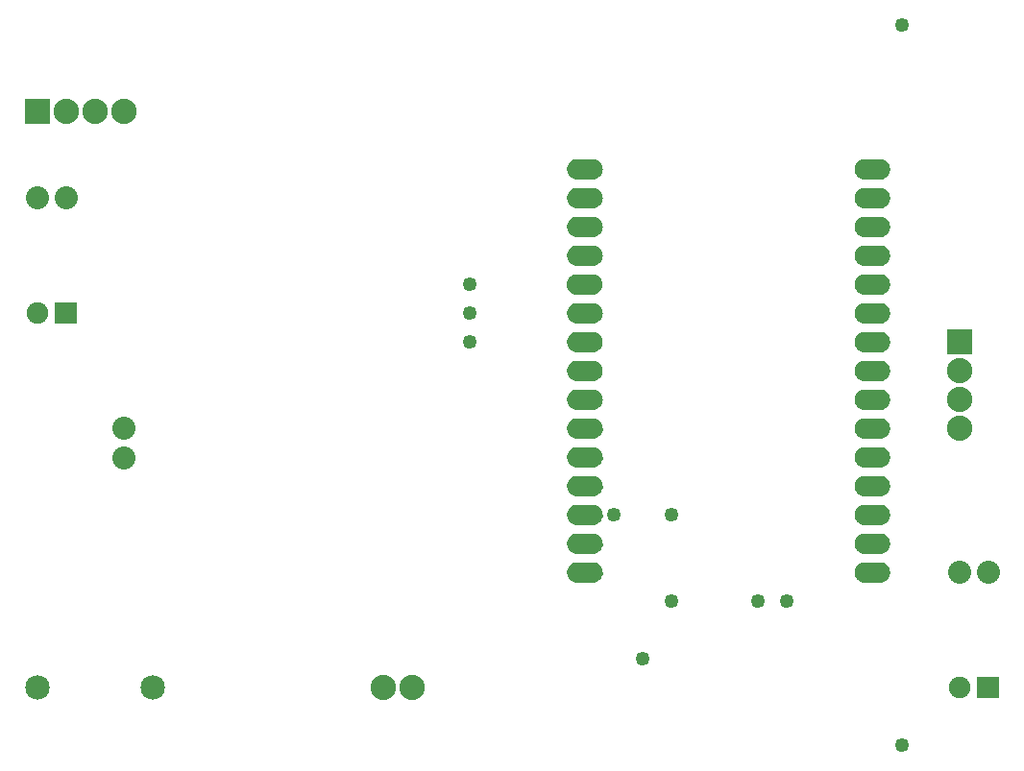
<source format=gbs>
G04 MADE WITH FRITZING*
G04 WWW.FRITZING.ORG*
G04 DOUBLE SIDED*
G04 HOLES PLATED*
G04 CONTOUR ON CENTER OF CONTOUR VECTOR*
%ASAXBY*%
%FSLAX23Y23*%
%MOIN*%
%OFA0B0*%
%SFA1.0B1.0*%
%ADD10C,0.080000*%
%ADD11C,0.075000*%
%ADD12C,0.085000*%
%ADD13C,0.088000*%
%ADD14C,0.049370*%
%ADD15C,0.062000*%
%ADD16R,0.088000X0.088000*%
%ADD17C,0.030000*%
%ADD18R,0.001000X0.001000*%
%LNMASK0*%
G90*
G70*
G54D10*
X3342Y661D03*
X3442Y661D03*
X442Y1060D03*
X442Y1161D03*
X142Y1961D03*
X242Y1961D03*
G54D11*
X142Y1561D03*
X242Y1561D03*
X3342Y261D03*
X3442Y261D03*
G54D12*
X142Y261D03*
X542Y261D03*
G54D13*
X3342Y1461D03*
X3342Y1361D03*
X3342Y1261D03*
X3342Y1161D03*
X142Y2261D03*
X242Y2261D03*
X342Y2261D03*
X442Y2261D03*
X1442Y261D03*
X1342Y261D03*
G54D14*
X1642Y1461D03*
X1642Y1661D03*
X2342Y861D03*
X2342Y561D03*
X3142Y61D03*
X2642Y561D03*
X2742Y561D03*
X1642Y1561D03*
X3142Y2561D03*
X2242Y361D03*
X2142Y861D03*
G54D15*
X3042Y661D03*
X3042Y761D03*
X3042Y861D03*
X3042Y961D03*
X3042Y1061D03*
X3042Y1161D03*
X3042Y1261D03*
X3042Y1361D03*
X3042Y1461D03*
X3042Y1561D03*
X3042Y1661D03*
X3042Y1761D03*
X3042Y1861D03*
X3042Y1961D03*
X3042Y2061D03*
X2042Y2061D03*
X2042Y1961D03*
X2042Y1861D03*
X2042Y1761D03*
X2042Y1661D03*
X2042Y1561D03*
X2042Y1461D03*
X2042Y1361D03*
X2042Y1261D03*
X2042Y1161D03*
X2042Y1061D03*
X2042Y961D03*
X2042Y861D03*
X2042Y761D03*
X2042Y661D03*
G54D16*
X3342Y1461D03*
X142Y2261D03*
G54D17*
G36*
X1471Y232D02*
X1413Y232D01*
X1413Y290D01*
X1471Y290D01*
X1471Y232D01*
G37*
D02*
G54D18*
X2011Y2097D02*
X2075Y2097D01*
X3009Y2097D02*
X3072Y2097D01*
X2007Y2096D02*
X2079Y2096D01*
X3005Y2096D02*
X3076Y2096D01*
X2005Y2095D02*
X2082Y2095D01*
X3002Y2095D02*
X3079Y2095D01*
X2002Y2094D02*
X2084Y2094D01*
X3000Y2094D02*
X3081Y2094D01*
X2000Y2093D02*
X2086Y2093D01*
X2998Y2093D02*
X3083Y2093D01*
X1998Y2092D02*
X2088Y2092D01*
X2996Y2092D02*
X3085Y2092D01*
X1997Y2091D02*
X2089Y2091D01*
X2994Y2091D02*
X3087Y2091D01*
X1995Y2090D02*
X2091Y2090D01*
X2993Y2090D02*
X3088Y2090D01*
X1994Y2089D02*
X2092Y2089D01*
X2992Y2089D02*
X3089Y2089D01*
X1993Y2088D02*
X2093Y2088D01*
X2991Y2088D02*
X3091Y2088D01*
X1992Y2087D02*
X2094Y2087D01*
X2990Y2087D02*
X3092Y2087D01*
X1991Y2086D02*
X2095Y2086D01*
X2989Y2086D02*
X3092Y2086D01*
X1990Y2085D02*
X2096Y2085D01*
X2988Y2085D02*
X3093Y2085D01*
X1989Y2084D02*
X2097Y2084D01*
X2987Y2084D02*
X3094Y2084D01*
X1989Y2083D02*
X2097Y2083D01*
X2986Y2083D02*
X3095Y2083D01*
X1988Y2082D02*
X2098Y2082D01*
X2986Y2082D02*
X3096Y2082D01*
X1987Y2081D02*
X2099Y2081D01*
X2985Y2081D02*
X3096Y2081D01*
X1987Y2080D02*
X2099Y2080D01*
X2984Y2080D02*
X3097Y2080D01*
X1986Y2079D02*
X2100Y2079D01*
X2984Y2079D02*
X3097Y2079D01*
X1986Y2078D02*
X2100Y2078D01*
X2983Y2078D02*
X3098Y2078D01*
X1985Y2077D02*
X2101Y2077D01*
X2983Y2077D02*
X3098Y2077D01*
X1985Y2076D02*
X2101Y2076D01*
X2982Y2076D02*
X3099Y2076D01*
X1984Y2075D02*
X2102Y2075D01*
X2982Y2075D02*
X3099Y2075D01*
X1984Y2074D02*
X2102Y2074D01*
X2981Y2074D02*
X3100Y2074D01*
X1984Y2073D02*
X2102Y2073D01*
X2981Y2073D02*
X3100Y2073D01*
X1983Y2072D02*
X2103Y2072D01*
X2981Y2072D02*
X3100Y2072D01*
X1983Y2071D02*
X2103Y2071D01*
X2980Y2071D02*
X3101Y2071D01*
X1983Y2070D02*
X2103Y2070D01*
X2980Y2070D02*
X3101Y2070D01*
X1982Y2069D02*
X2104Y2069D01*
X2980Y2069D02*
X3101Y2069D01*
X1982Y2068D02*
X2104Y2068D01*
X2980Y2068D02*
X3101Y2068D01*
X1982Y2067D02*
X2040Y2067D01*
X2046Y2067D02*
X2104Y2067D01*
X2980Y2067D02*
X3036Y2067D01*
X3043Y2067D02*
X3102Y2067D01*
X1982Y2066D02*
X2038Y2066D01*
X2048Y2066D02*
X2104Y2066D01*
X2979Y2066D02*
X3035Y2066D01*
X3045Y2066D02*
X3102Y2066D01*
X1982Y2065D02*
X2037Y2065D01*
X2049Y2065D02*
X2104Y2065D01*
X2979Y2065D02*
X3034Y2065D01*
X3045Y2065D02*
X3102Y2065D01*
X1982Y2064D02*
X2037Y2064D01*
X2049Y2064D02*
X2104Y2064D01*
X2979Y2064D02*
X3034Y2064D01*
X3046Y2064D02*
X3102Y2064D01*
X1982Y2063D02*
X2037Y2063D01*
X2050Y2063D02*
X2104Y2063D01*
X2979Y2063D02*
X3033Y2063D01*
X3046Y2063D02*
X3102Y2063D01*
X1982Y2062D02*
X2036Y2062D01*
X2050Y2062D02*
X2105Y2062D01*
X2979Y2062D02*
X3033Y2062D01*
X3046Y2062D02*
X3102Y2062D01*
X1982Y2061D02*
X2036Y2061D01*
X2050Y2061D02*
X2105Y2061D01*
X2979Y2061D02*
X3033Y2061D01*
X3046Y2061D02*
X3102Y2061D01*
X1982Y2060D02*
X2037Y2060D01*
X2050Y2060D02*
X2104Y2060D01*
X2979Y2060D02*
X3033Y2060D01*
X3046Y2060D02*
X3102Y2060D01*
X1982Y2059D02*
X2037Y2059D01*
X2049Y2059D02*
X2104Y2059D01*
X2979Y2059D02*
X3034Y2059D01*
X3046Y2059D02*
X3102Y2059D01*
X1982Y2058D02*
X2038Y2058D01*
X2049Y2058D02*
X2104Y2058D01*
X2979Y2058D02*
X3034Y2058D01*
X3045Y2058D02*
X3102Y2058D01*
X1982Y2057D02*
X2039Y2057D01*
X2048Y2057D02*
X2104Y2057D01*
X2979Y2057D02*
X3035Y2057D01*
X3044Y2057D02*
X3102Y2057D01*
X1982Y2056D02*
X2040Y2056D01*
X2046Y2056D02*
X2104Y2056D01*
X2980Y2056D02*
X3037Y2056D01*
X3043Y2056D02*
X3101Y2056D01*
X1982Y2055D02*
X2104Y2055D01*
X2980Y2055D02*
X3101Y2055D01*
X1983Y2054D02*
X2104Y2054D01*
X2980Y2054D02*
X3101Y2054D01*
X1983Y2053D02*
X2103Y2053D01*
X2980Y2053D02*
X3101Y2053D01*
X1983Y2052D02*
X2103Y2052D01*
X2981Y2052D02*
X3101Y2052D01*
X1983Y2051D02*
X2103Y2051D01*
X2981Y2051D02*
X3100Y2051D01*
X1984Y2050D02*
X2102Y2050D01*
X2981Y2050D02*
X3100Y2050D01*
X1984Y2049D02*
X2102Y2049D01*
X2982Y2049D02*
X3099Y2049D01*
X1984Y2048D02*
X2102Y2048D01*
X2982Y2048D02*
X3099Y2048D01*
X1985Y2047D02*
X2101Y2047D01*
X2982Y2047D02*
X3099Y2047D01*
X1985Y2046D02*
X2101Y2046D01*
X2983Y2046D02*
X3098Y2046D01*
X1986Y2045D02*
X2100Y2045D01*
X2983Y2045D02*
X3098Y2045D01*
X1986Y2044D02*
X2100Y2044D01*
X2984Y2044D02*
X3097Y2044D01*
X1987Y2043D02*
X2099Y2043D01*
X2985Y2043D02*
X3097Y2043D01*
X1988Y2042D02*
X2098Y2042D01*
X2985Y2042D02*
X3096Y2042D01*
X1988Y2041D02*
X2098Y2041D01*
X2986Y2041D02*
X3095Y2041D01*
X1989Y2040D02*
X2097Y2040D01*
X2986Y2040D02*
X3095Y2040D01*
X1990Y2039D02*
X2096Y2039D01*
X2987Y2039D02*
X3094Y2039D01*
X1991Y2038D02*
X2096Y2038D01*
X2988Y2038D02*
X3093Y2038D01*
X1991Y2037D02*
X2095Y2037D01*
X2989Y2037D02*
X3092Y2037D01*
X1992Y2036D02*
X2094Y2036D01*
X2990Y2036D02*
X3091Y2036D01*
X1994Y2035D02*
X2093Y2035D01*
X2991Y2035D02*
X3090Y2035D01*
X1995Y2034D02*
X2091Y2034D01*
X2992Y2034D02*
X3089Y2034D01*
X1996Y2033D02*
X2090Y2033D01*
X2994Y2033D02*
X3088Y2033D01*
X1997Y2032D02*
X2089Y2032D01*
X2995Y2032D02*
X3086Y2032D01*
X1999Y2031D02*
X2087Y2031D01*
X2997Y2031D02*
X3084Y2031D01*
X2001Y2030D02*
X2085Y2030D01*
X2998Y2030D02*
X3083Y2030D01*
X2003Y2029D02*
X2083Y2029D01*
X3001Y2029D02*
X3081Y2029D01*
X2006Y2028D02*
X2081Y2028D01*
X3003Y2028D02*
X3078Y2028D01*
X2009Y2027D02*
X2077Y2027D01*
X3006Y2027D02*
X3075Y2027D01*
X2014Y2026D02*
X2073Y2026D01*
X3011Y2026D02*
X3070Y2026D01*
X2011Y1997D02*
X2075Y1997D01*
X3009Y1997D02*
X3073Y1997D01*
X2007Y1996D02*
X2079Y1996D01*
X3005Y1996D02*
X3076Y1996D01*
X2004Y1995D02*
X2082Y1995D01*
X3002Y1995D02*
X3079Y1995D01*
X2002Y1994D02*
X2084Y1994D01*
X3000Y1994D02*
X3081Y1994D01*
X2000Y1993D02*
X2086Y1993D01*
X2998Y1993D02*
X3084Y1993D01*
X1998Y1992D02*
X2088Y1992D01*
X2996Y1992D02*
X3085Y1992D01*
X1997Y1991D02*
X2089Y1991D01*
X2994Y1991D02*
X3087Y1991D01*
X1995Y1990D02*
X2091Y1990D01*
X2993Y1990D02*
X3088Y1990D01*
X1994Y1989D02*
X2092Y1989D01*
X2992Y1989D02*
X3089Y1989D01*
X1993Y1988D02*
X2093Y1988D01*
X2991Y1988D02*
X3091Y1988D01*
X1992Y1987D02*
X2094Y1987D01*
X2990Y1987D02*
X3092Y1987D01*
X1991Y1986D02*
X2095Y1986D01*
X2989Y1986D02*
X3093Y1986D01*
X1990Y1985D02*
X2096Y1985D01*
X2988Y1985D02*
X3093Y1985D01*
X1989Y1984D02*
X2097Y1984D01*
X2987Y1984D02*
X3094Y1984D01*
X1989Y1983D02*
X2097Y1983D01*
X2986Y1983D02*
X3095Y1983D01*
X1988Y1982D02*
X2098Y1982D01*
X2985Y1982D02*
X3096Y1982D01*
X1987Y1981D02*
X2099Y1981D01*
X2985Y1981D02*
X3096Y1981D01*
X1987Y1980D02*
X2099Y1980D01*
X2984Y1980D02*
X3097Y1980D01*
X1986Y1979D02*
X2100Y1979D01*
X2984Y1979D02*
X3097Y1979D01*
X1986Y1978D02*
X2100Y1978D01*
X2983Y1978D02*
X3098Y1978D01*
X1985Y1977D02*
X2101Y1977D01*
X2983Y1977D02*
X3098Y1977D01*
X1985Y1976D02*
X2101Y1976D01*
X2982Y1976D02*
X3099Y1976D01*
X1984Y1975D02*
X2102Y1975D01*
X2982Y1975D02*
X3099Y1975D01*
X1984Y1974D02*
X2102Y1974D01*
X2981Y1974D02*
X3100Y1974D01*
X1984Y1973D02*
X2102Y1973D01*
X2981Y1973D02*
X3100Y1973D01*
X1983Y1972D02*
X2103Y1972D01*
X2981Y1972D02*
X3100Y1972D01*
X1983Y1971D02*
X2103Y1971D01*
X2980Y1971D02*
X3101Y1971D01*
X1983Y1970D02*
X2103Y1970D01*
X2980Y1970D02*
X3101Y1970D01*
X1982Y1969D02*
X2104Y1969D01*
X2980Y1969D02*
X3101Y1969D01*
X1982Y1968D02*
X2104Y1968D01*
X2980Y1968D02*
X3101Y1968D01*
X1982Y1967D02*
X2040Y1967D01*
X2046Y1967D02*
X2104Y1967D01*
X2980Y1967D02*
X3036Y1967D01*
X3043Y1967D02*
X3102Y1967D01*
X1982Y1966D02*
X2038Y1966D01*
X2048Y1966D02*
X2104Y1966D01*
X2979Y1966D02*
X3035Y1966D01*
X3045Y1966D02*
X3102Y1966D01*
X1982Y1965D02*
X2037Y1965D01*
X2049Y1965D02*
X2104Y1965D01*
X2979Y1965D02*
X3034Y1965D01*
X3045Y1965D02*
X3102Y1965D01*
X1982Y1964D02*
X2037Y1964D01*
X2049Y1964D02*
X2104Y1964D01*
X2979Y1964D02*
X3034Y1964D01*
X3046Y1964D02*
X3102Y1964D01*
X1982Y1963D02*
X2037Y1963D01*
X2050Y1963D02*
X2104Y1963D01*
X2979Y1963D02*
X3033Y1963D01*
X3046Y1963D02*
X3102Y1963D01*
X1982Y1962D02*
X2036Y1962D01*
X2050Y1962D02*
X2105Y1962D01*
X2979Y1962D02*
X3033Y1962D01*
X3046Y1962D02*
X3102Y1962D01*
X1982Y1961D02*
X2036Y1961D01*
X2050Y1961D02*
X2105Y1961D01*
X2979Y1961D02*
X3033Y1961D01*
X3046Y1961D02*
X3102Y1961D01*
X1982Y1960D02*
X2037Y1960D01*
X2050Y1960D02*
X2104Y1960D01*
X2979Y1960D02*
X3033Y1960D01*
X3046Y1960D02*
X3102Y1960D01*
X1982Y1959D02*
X2037Y1959D01*
X2049Y1959D02*
X2104Y1959D01*
X2979Y1959D02*
X3034Y1959D01*
X3046Y1959D02*
X3102Y1959D01*
X1982Y1958D02*
X2038Y1958D01*
X2048Y1958D02*
X2104Y1958D01*
X2979Y1958D02*
X3034Y1958D01*
X3045Y1958D02*
X3102Y1958D01*
X1982Y1957D02*
X2039Y1957D01*
X2048Y1957D02*
X2104Y1957D01*
X2979Y1957D02*
X3035Y1957D01*
X3044Y1957D02*
X3102Y1957D01*
X1982Y1956D02*
X2040Y1956D01*
X2046Y1956D02*
X2104Y1956D01*
X2980Y1956D02*
X3037Y1956D01*
X3043Y1956D02*
X3102Y1956D01*
X1982Y1955D02*
X2104Y1955D01*
X2980Y1955D02*
X3101Y1955D01*
X1983Y1954D02*
X2104Y1954D01*
X2980Y1954D02*
X3101Y1954D01*
X1983Y1953D02*
X2103Y1953D01*
X2980Y1953D02*
X3101Y1953D01*
X1983Y1952D02*
X2103Y1952D01*
X2981Y1952D02*
X3101Y1952D01*
X1983Y1951D02*
X2103Y1951D01*
X2981Y1951D02*
X3100Y1951D01*
X1984Y1950D02*
X2102Y1950D01*
X2981Y1950D02*
X3100Y1950D01*
X1984Y1949D02*
X2102Y1949D01*
X2982Y1949D02*
X3100Y1949D01*
X1984Y1948D02*
X2102Y1948D01*
X2982Y1948D02*
X3099Y1948D01*
X1985Y1947D02*
X2101Y1947D01*
X2982Y1947D02*
X3099Y1947D01*
X1985Y1946D02*
X2101Y1946D01*
X2983Y1946D02*
X3098Y1946D01*
X1986Y1945D02*
X2100Y1945D01*
X2983Y1945D02*
X3098Y1945D01*
X1986Y1944D02*
X2100Y1944D01*
X2984Y1944D02*
X3097Y1944D01*
X1987Y1943D02*
X2099Y1943D01*
X2985Y1943D02*
X3097Y1943D01*
X1988Y1942D02*
X2098Y1942D01*
X2985Y1942D02*
X3096Y1942D01*
X1988Y1941D02*
X2098Y1941D01*
X2986Y1941D02*
X3095Y1941D01*
X1989Y1940D02*
X2097Y1940D01*
X2987Y1940D02*
X3095Y1940D01*
X1990Y1939D02*
X2096Y1939D01*
X2987Y1939D02*
X3094Y1939D01*
X1991Y1938D02*
X2096Y1938D01*
X2988Y1938D02*
X3093Y1938D01*
X1991Y1937D02*
X2095Y1937D01*
X2989Y1937D02*
X3092Y1937D01*
X1992Y1936D02*
X2094Y1936D01*
X2990Y1936D02*
X3091Y1936D01*
X1994Y1935D02*
X2093Y1935D01*
X2991Y1935D02*
X3090Y1935D01*
X1995Y1934D02*
X2091Y1934D01*
X2992Y1934D02*
X3089Y1934D01*
X1996Y1933D02*
X2090Y1933D01*
X2994Y1933D02*
X3088Y1933D01*
X1997Y1932D02*
X2089Y1932D01*
X2995Y1932D02*
X3086Y1932D01*
X1999Y1931D02*
X2087Y1931D01*
X2997Y1931D02*
X3084Y1931D01*
X2001Y1930D02*
X2085Y1930D01*
X2998Y1930D02*
X3083Y1930D01*
X2003Y1929D02*
X2083Y1929D01*
X3001Y1929D02*
X3081Y1929D01*
X2006Y1928D02*
X2080Y1928D01*
X3003Y1928D02*
X3078Y1928D01*
X2009Y1927D02*
X2077Y1927D01*
X3006Y1927D02*
X3075Y1927D01*
X2014Y1926D02*
X2072Y1926D01*
X3011Y1926D02*
X3070Y1926D01*
X2011Y1897D02*
X2075Y1897D01*
X3009Y1897D02*
X3073Y1897D01*
X2007Y1896D02*
X2079Y1896D01*
X3005Y1896D02*
X3076Y1896D01*
X2004Y1895D02*
X2082Y1895D01*
X3002Y1895D02*
X3079Y1895D01*
X2002Y1894D02*
X2084Y1894D01*
X3000Y1894D02*
X3081Y1894D01*
X2000Y1893D02*
X2086Y1893D01*
X2998Y1893D02*
X3084Y1893D01*
X1998Y1892D02*
X2088Y1892D01*
X2996Y1892D02*
X3085Y1892D01*
X1997Y1891D02*
X2089Y1891D01*
X2994Y1891D02*
X3087Y1891D01*
X1995Y1890D02*
X2091Y1890D01*
X2993Y1890D02*
X3088Y1890D01*
X1994Y1889D02*
X2092Y1889D01*
X2992Y1889D02*
X3089Y1889D01*
X1993Y1888D02*
X2093Y1888D01*
X2991Y1888D02*
X3091Y1888D01*
X1992Y1887D02*
X2094Y1887D01*
X2989Y1887D02*
X3092Y1887D01*
X1991Y1886D02*
X2095Y1886D01*
X2989Y1886D02*
X3093Y1886D01*
X1990Y1885D02*
X2096Y1885D01*
X2988Y1885D02*
X3093Y1885D01*
X1989Y1884D02*
X2097Y1884D01*
X2987Y1884D02*
X3094Y1884D01*
X1989Y1883D02*
X2097Y1883D01*
X2986Y1883D02*
X3095Y1883D01*
X1988Y1882D02*
X2098Y1882D01*
X2985Y1882D02*
X3096Y1882D01*
X1987Y1881D02*
X2099Y1881D01*
X2985Y1881D02*
X3096Y1881D01*
X1987Y1880D02*
X2099Y1880D01*
X2984Y1880D02*
X3097Y1880D01*
X1986Y1879D02*
X2100Y1879D01*
X2984Y1879D02*
X3097Y1879D01*
X1986Y1878D02*
X2100Y1878D01*
X2983Y1878D02*
X3098Y1878D01*
X1985Y1877D02*
X2101Y1877D01*
X2983Y1877D02*
X3098Y1877D01*
X1985Y1876D02*
X2101Y1876D01*
X2982Y1876D02*
X3099Y1876D01*
X1984Y1875D02*
X2102Y1875D01*
X2982Y1875D02*
X3099Y1875D01*
X1984Y1874D02*
X2102Y1874D01*
X2981Y1874D02*
X3100Y1874D01*
X1984Y1873D02*
X2103Y1873D01*
X2981Y1873D02*
X3100Y1873D01*
X1983Y1872D02*
X2103Y1872D01*
X2981Y1872D02*
X3100Y1872D01*
X1983Y1871D02*
X2103Y1871D01*
X2980Y1871D02*
X3101Y1871D01*
X1983Y1870D02*
X2103Y1870D01*
X2980Y1870D02*
X3101Y1870D01*
X1982Y1869D02*
X2104Y1869D01*
X2980Y1869D02*
X3101Y1869D01*
X1982Y1868D02*
X2104Y1868D01*
X2980Y1868D02*
X3101Y1868D01*
X1982Y1867D02*
X2040Y1867D01*
X2046Y1867D02*
X2104Y1867D01*
X2980Y1867D02*
X3036Y1867D01*
X3043Y1867D02*
X3102Y1867D01*
X1982Y1866D02*
X2038Y1866D01*
X2048Y1866D02*
X2104Y1866D01*
X2979Y1866D02*
X3035Y1866D01*
X3045Y1866D02*
X3102Y1866D01*
X1982Y1865D02*
X2037Y1865D01*
X2049Y1865D02*
X2104Y1865D01*
X2979Y1865D02*
X3034Y1865D01*
X3045Y1865D02*
X3102Y1865D01*
X1982Y1864D02*
X2037Y1864D01*
X2049Y1864D02*
X2104Y1864D01*
X2979Y1864D02*
X3034Y1864D01*
X3046Y1864D02*
X3102Y1864D01*
X1982Y1863D02*
X2037Y1863D01*
X2050Y1863D02*
X2104Y1863D01*
X2979Y1863D02*
X3033Y1863D01*
X3046Y1863D02*
X3102Y1863D01*
X1982Y1862D02*
X2036Y1862D01*
X2050Y1862D02*
X2105Y1862D01*
X2979Y1862D02*
X3033Y1862D01*
X3046Y1862D02*
X3102Y1862D01*
X1982Y1861D02*
X2036Y1861D01*
X2050Y1861D02*
X2105Y1861D01*
X2979Y1861D02*
X3033Y1861D01*
X3046Y1861D02*
X3102Y1861D01*
X1982Y1860D02*
X2037Y1860D01*
X2050Y1860D02*
X2104Y1860D01*
X2979Y1860D02*
X3033Y1860D01*
X3046Y1860D02*
X3102Y1860D01*
X1982Y1859D02*
X2037Y1859D01*
X2049Y1859D02*
X2104Y1859D01*
X2979Y1859D02*
X3034Y1859D01*
X3046Y1859D02*
X3102Y1859D01*
X1982Y1858D02*
X2038Y1858D01*
X2048Y1858D02*
X2104Y1858D01*
X2979Y1858D02*
X3034Y1858D01*
X3045Y1858D02*
X3102Y1858D01*
X1982Y1857D02*
X2039Y1857D01*
X2047Y1857D02*
X2104Y1857D01*
X2979Y1857D02*
X3035Y1857D01*
X3044Y1857D02*
X3102Y1857D01*
X1982Y1856D02*
X2040Y1856D01*
X2046Y1856D02*
X2104Y1856D01*
X2980Y1856D02*
X3037Y1856D01*
X3042Y1856D02*
X3101Y1856D01*
X1982Y1855D02*
X2104Y1855D01*
X2980Y1855D02*
X3101Y1855D01*
X1983Y1854D02*
X2104Y1854D01*
X2980Y1854D02*
X3101Y1854D01*
X1983Y1853D02*
X2103Y1853D01*
X2980Y1853D02*
X3101Y1853D01*
X1983Y1852D02*
X2103Y1852D01*
X2981Y1852D02*
X3100Y1852D01*
X1983Y1851D02*
X2103Y1851D01*
X2981Y1851D02*
X3100Y1851D01*
X1984Y1850D02*
X2102Y1850D01*
X2981Y1850D02*
X3100Y1850D01*
X1984Y1849D02*
X2102Y1849D01*
X2982Y1849D02*
X3099Y1849D01*
X1985Y1848D02*
X2102Y1848D01*
X2982Y1848D02*
X3099Y1848D01*
X1985Y1847D02*
X2101Y1847D01*
X2982Y1847D02*
X3099Y1847D01*
X1985Y1846D02*
X2101Y1846D01*
X2983Y1846D02*
X3098Y1846D01*
X1986Y1845D02*
X2100Y1845D01*
X2983Y1845D02*
X3098Y1845D01*
X1986Y1844D02*
X2100Y1844D01*
X2984Y1844D02*
X3097Y1844D01*
X1987Y1843D02*
X2099Y1843D01*
X2985Y1843D02*
X3097Y1843D01*
X1988Y1842D02*
X2098Y1842D01*
X2985Y1842D02*
X3096Y1842D01*
X1988Y1841D02*
X2098Y1841D01*
X2986Y1841D02*
X3095Y1841D01*
X1989Y1840D02*
X2097Y1840D01*
X2987Y1840D02*
X3095Y1840D01*
X1990Y1839D02*
X2096Y1839D01*
X2987Y1839D02*
X3094Y1839D01*
X1991Y1838D02*
X2095Y1838D01*
X2988Y1838D02*
X3093Y1838D01*
X1991Y1837D02*
X2095Y1837D01*
X2989Y1837D02*
X3092Y1837D01*
X1992Y1836D02*
X2094Y1836D01*
X2990Y1836D02*
X3091Y1836D01*
X1994Y1835D02*
X2093Y1835D01*
X2991Y1835D02*
X3090Y1835D01*
X1995Y1834D02*
X2091Y1834D01*
X2992Y1834D02*
X3089Y1834D01*
X1996Y1833D02*
X2090Y1833D01*
X2994Y1833D02*
X3087Y1833D01*
X1998Y1832D02*
X2089Y1832D01*
X2995Y1832D02*
X3086Y1832D01*
X1999Y1831D02*
X2087Y1831D01*
X2997Y1831D02*
X3084Y1831D01*
X2001Y1830D02*
X2085Y1830D01*
X2999Y1830D02*
X3083Y1830D01*
X2003Y1829D02*
X2083Y1829D01*
X3001Y1829D02*
X3080Y1829D01*
X2006Y1828D02*
X2080Y1828D01*
X3003Y1828D02*
X3078Y1828D01*
X2009Y1827D02*
X2077Y1827D01*
X3006Y1827D02*
X3075Y1827D01*
X2014Y1826D02*
X2072Y1826D01*
X3011Y1826D02*
X3070Y1826D01*
X2011Y1797D02*
X2075Y1797D01*
X3008Y1797D02*
X3073Y1797D01*
X2007Y1796D02*
X2079Y1796D01*
X3005Y1796D02*
X3077Y1796D01*
X2004Y1795D02*
X2082Y1795D01*
X3002Y1795D02*
X3079Y1795D01*
X2002Y1794D02*
X2084Y1794D01*
X3000Y1794D02*
X3082Y1794D01*
X2000Y1793D02*
X2086Y1793D01*
X2998Y1793D02*
X3084Y1793D01*
X1998Y1792D02*
X2088Y1792D01*
X2996Y1792D02*
X3085Y1792D01*
X1997Y1791D02*
X2089Y1791D01*
X2994Y1791D02*
X3087Y1791D01*
X1995Y1790D02*
X2091Y1790D01*
X2993Y1790D02*
X3088Y1790D01*
X1994Y1789D02*
X2092Y1789D01*
X2992Y1789D02*
X3090Y1789D01*
X1993Y1788D02*
X2093Y1788D01*
X2991Y1788D02*
X3091Y1788D01*
X1992Y1787D02*
X2094Y1787D01*
X2989Y1787D02*
X3092Y1787D01*
X1991Y1786D02*
X2095Y1786D01*
X2989Y1786D02*
X3093Y1786D01*
X1990Y1785D02*
X2096Y1785D01*
X2988Y1785D02*
X3094Y1785D01*
X1989Y1784D02*
X2097Y1784D01*
X2987Y1784D02*
X3094Y1784D01*
X1989Y1783D02*
X2097Y1783D01*
X2986Y1783D02*
X3095Y1783D01*
X1988Y1782D02*
X2098Y1782D01*
X2985Y1782D02*
X3096Y1782D01*
X1987Y1781D02*
X2099Y1781D01*
X2985Y1781D02*
X3096Y1781D01*
X1987Y1780D02*
X2099Y1780D01*
X2984Y1780D02*
X3097Y1780D01*
X1986Y1779D02*
X2100Y1779D01*
X2984Y1779D02*
X3097Y1779D01*
X1986Y1778D02*
X2100Y1778D01*
X2983Y1778D02*
X3098Y1778D01*
X1985Y1777D02*
X2101Y1777D01*
X2983Y1777D02*
X3098Y1777D01*
X1985Y1776D02*
X2101Y1776D01*
X2982Y1776D02*
X3099Y1776D01*
X1984Y1775D02*
X2102Y1775D01*
X2982Y1775D02*
X3099Y1775D01*
X1984Y1774D02*
X2102Y1774D01*
X2981Y1774D02*
X3100Y1774D01*
X1984Y1773D02*
X2103Y1773D01*
X2981Y1773D02*
X3100Y1773D01*
X1983Y1772D02*
X2103Y1772D01*
X2981Y1772D02*
X3100Y1772D01*
X1983Y1771D02*
X2103Y1771D01*
X2980Y1771D02*
X3101Y1771D01*
X1983Y1770D02*
X2103Y1770D01*
X2980Y1770D02*
X3101Y1770D01*
X1982Y1769D02*
X2104Y1769D01*
X2980Y1769D02*
X3101Y1769D01*
X1982Y1768D02*
X2104Y1768D01*
X2980Y1768D02*
X3101Y1768D01*
X1982Y1767D02*
X2039Y1767D01*
X2047Y1767D02*
X2104Y1767D01*
X2980Y1767D02*
X3036Y1767D01*
X3043Y1767D02*
X3102Y1767D01*
X1982Y1766D02*
X2038Y1766D01*
X2048Y1766D02*
X2104Y1766D01*
X2979Y1766D02*
X3035Y1766D01*
X3045Y1766D02*
X3102Y1766D01*
X1982Y1765D02*
X2037Y1765D01*
X2049Y1765D02*
X2104Y1765D01*
X2979Y1765D02*
X3034Y1765D01*
X3046Y1765D02*
X3102Y1765D01*
X1982Y1764D02*
X2037Y1764D01*
X2049Y1764D02*
X2104Y1764D01*
X2979Y1764D02*
X3033Y1764D01*
X3046Y1764D02*
X3102Y1764D01*
X1982Y1763D02*
X2036Y1763D01*
X2050Y1763D02*
X2104Y1763D01*
X2979Y1763D02*
X3033Y1763D01*
X3047Y1763D02*
X3102Y1763D01*
X1982Y1762D02*
X2036Y1762D01*
X2050Y1762D02*
X2105Y1762D01*
X2979Y1762D02*
X3033Y1762D01*
X3047Y1762D02*
X3102Y1762D01*
X1982Y1761D02*
X2036Y1761D01*
X2050Y1761D02*
X2105Y1761D01*
X2979Y1761D02*
X3033Y1761D01*
X3047Y1761D02*
X3102Y1761D01*
X1982Y1760D02*
X2036Y1760D01*
X2050Y1760D02*
X2104Y1760D01*
X2979Y1760D02*
X3033Y1760D01*
X3046Y1760D02*
X3102Y1760D01*
X1982Y1759D02*
X2037Y1759D01*
X2049Y1759D02*
X2104Y1759D01*
X2979Y1759D02*
X3034Y1759D01*
X3046Y1759D02*
X3102Y1759D01*
X1982Y1758D02*
X2038Y1758D01*
X2049Y1758D02*
X2104Y1758D01*
X2979Y1758D02*
X3034Y1758D01*
X3045Y1758D02*
X3102Y1758D01*
X1982Y1757D02*
X2039Y1757D01*
X2048Y1757D02*
X2104Y1757D01*
X2979Y1757D02*
X3035Y1757D01*
X3044Y1757D02*
X3102Y1757D01*
X1982Y1756D02*
X2040Y1756D01*
X2046Y1756D02*
X2104Y1756D01*
X2980Y1756D02*
X3037Y1756D01*
X3043Y1756D02*
X3102Y1756D01*
X1982Y1755D02*
X2104Y1755D01*
X2980Y1755D02*
X3101Y1755D01*
X1983Y1754D02*
X2104Y1754D01*
X2980Y1754D02*
X3101Y1754D01*
X1983Y1753D02*
X2103Y1753D01*
X2980Y1753D02*
X3101Y1753D01*
X1983Y1752D02*
X2103Y1752D01*
X2981Y1752D02*
X3101Y1752D01*
X1983Y1751D02*
X2103Y1751D01*
X2981Y1751D02*
X3100Y1751D01*
X1984Y1750D02*
X2102Y1750D01*
X2981Y1750D02*
X3100Y1750D01*
X1984Y1749D02*
X2102Y1749D01*
X2982Y1749D02*
X3100Y1749D01*
X1985Y1748D02*
X2102Y1748D01*
X2982Y1748D02*
X3099Y1748D01*
X1985Y1747D02*
X2101Y1747D01*
X2982Y1747D02*
X3099Y1747D01*
X1985Y1746D02*
X2101Y1746D01*
X2983Y1746D02*
X3098Y1746D01*
X1986Y1745D02*
X2100Y1745D01*
X2983Y1745D02*
X3098Y1745D01*
X1986Y1744D02*
X2100Y1744D01*
X2984Y1744D02*
X3097Y1744D01*
X1987Y1743D02*
X2099Y1743D01*
X2985Y1743D02*
X3097Y1743D01*
X1988Y1742D02*
X2098Y1742D01*
X2985Y1742D02*
X3096Y1742D01*
X1988Y1741D02*
X2098Y1741D01*
X2986Y1741D02*
X3095Y1741D01*
X1989Y1740D02*
X2097Y1740D01*
X2987Y1740D02*
X3095Y1740D01*
X1990Y1739D02*
X2096Y1739D01*
X2987Y1739D02*
X3094Y1739D01*
X1991Y1738D02*
X2095Y1738D01*
X2988Y1738D02*
X3093Y1738D01*
X1991Y1737D02*
X2095Y1737D01*
X2989Y1737D02*
X3092Y1737D01*
X1992Y1736D02*
X2094Y1736D01*
X2990Y1736D02*
X3091Y1736D01*
X1994Y1735D02*
X2092Y1735D01*
X2991Y1735D02*
X3090Y1735D01*
X1995Y1734D02*
X2091Y1734D01*
X2992Y1734D02*
X3089Y1734D01*
X1996Y1733D02*
X2090Y1733D01*
X2994Y1733D02*
X3088Y1733D01*
X1998Y1732D02*
X2089Y1732D01*
X2995Y1732D02*
X3086Y1732D01*
X1999Y1731D02*
X2087Y1731D01*
X2997Y1731D02*
X3084Y1731D01*
X2001Y1730D02*
X2085Y1730D01*
X2999Y1730D02*
X3083Y1730D01*
X2003Y1729D02*
X2083Y1729D01*
X3001Y1729D02*
X3080Y1729D01*
X2006Y1728D02*
X2080Y1728D01*
X3003Y1728D02*
X3078Y1728D01*
X2009Y1727D02*
X2077Y1727D01*
X3006Y1727D02*
X3075Y1727D01*
X2014Y1726D02*
X2072Y1726D01*
X3012Y1726D02*
X3070Y1726D01*
X2010Y1697D02*
X2074Y1697D01*
X3008Y1697D02*
X3073Y1697D01*
X2006Y1696D02*
X2078Y1696D01*
X3005Y1696D02*
X3077Y1696D01*
X2003Y1695D02*
X2081Y1695D01*
X3002Y1695D02*
X3079Y1695D01*
X2001Y1694D02*
X2083Y1694D01*
X3000Y1694D02*
X3082Y1694D01*
X1999Y1693D02*
X2085Y1693D01*
X2998Y1693D02*
X3084Y1693D01*
X1997Y1692D02*
X2087Y1692D01*
X2996Y1692D02*
X3085Y1692D01*
X1996Y1691D02*
X2088Y1691D01*
X2994Y1691D02*
X3087Y1691D01*
X1994Y1690D02*
X2090Y1690D01*
X2993Y1690D02*
X3088Y1690D01*
X1993Y1689D02*
X2091Y1689D01*
X2992Y1689D02*
X3089Y1689D01*
X1992Y1688D02*
X2092Y1688D01*
X2990Y1688D02*
X3091Y1688D01*
X1991Y1687D02*
X2093Y1687D01*
X2989Y1687D02*
X3092Y1687D01*
X1990Y1686D02*
X2094Y1686D01*
X2989Y1686D02*
X3093Y1686D01*
X1989Y1685D02*
X2095Y1685D01*
X2988Y1685D02*
X3093Y1685D01*
X1988Y1684D02*
X2096Y1684D01*
X2987Y1684D02*
X3094Y1684D01*
X1988Y1683D02*
X2096Y1683D01*
X2986Y1683D02*
X3095Y1683D01*
X1987Y1682D02*
X2097Y1682D01*
X2985Y1682D02*
X3096Y1682D01*
X1986Y1681D02*
X2098Y1681D01*
X2985Y1681D02*
X3096Y1681D01*
X1986Y1680D02*
X2098Y1680D01*
X2984Y1680D02*
X3097Y1680D01*
X1985Y1679D02*
X2099Y1679D01*
X2984Y1679D02*
X3097Y1679D01*
X1985Y1678D02*
X2099Y1678D01*
X2983Y1678D02*
X3098Y1678D01*
X1984Y1677D02*
X2100Y1677D01*
X2983Y1677D02*
X3098Y1677D01*
X1984Y1676D02*
X2100Y1676D01*
X2982Y1676D02*
X3099Y1676D01*
X1983Y1675D02*
X2101Y1675D01*
X2982Y1675D02*
X3099Y1675D01*
X1983Y1674D02*
X2101Y1674D01*
X2981Y1674D02*
X3100Y1674D01*
X1983Y1673D02*
X2101Y1673D01*
X2981Y1673D02*
X3100Y1673D01*
X1982Y1672D02*
X2102Y1672D01*
X2981Y1672D02*
X3100Y1672D01*
X1982Y1671D02*
X2102Y1671D01*
X2980Y1671D02*
X3101Y1671D01*
X1982Y1670D02*
X2102Y1670D01*
X2980Y1670D02*
X3101Y1670D01*
X1981Y1669D02*
X2103Y1669D01*
X2980Y1669D02*
X3101Y1669D01*
X1981Y1668D02*
X2103Y1668D01*
X2980Y1668D02*
X3101Y1668D01*
X1981Y1667D02*
X2039Y1667D01*
X2045Y1667D02*
X2103Y1667D01*
X2980Y1667D02*
X3036Y1667D01*
X3043Y1667D02*
X3102Y1667D01*
X1981Y1666D02*
X2037Y1666D01*
X2047Y1666D02*
X2103Y1666D01*
X2979Y1666D02*
X3035Y1666D01*
X3044Y1666D02*
X3102Y1666D01*
X1981Y1665D02*
X2037Y1665D01*
X2048Y1665D02*
X2103Y1665D01*
X2979Y1665D02*
X3034Y1665D01*
X3045Y1665D02*
X3102Y1665D01*
X1981Y1664D02*
X2036Y1664D01*
X2048Y1664D02*
X2104Y1664D01*
X2979Y1664D02*
X3034Y1664D01*
X3046Y1664D02*
X3102Y1664D01*
X1981Y1663D02*
X2036Y1663D01*
X2048Y1663D02*
X2104Y1663D01*
X2979Y1663D02*
X3033Y1663D01*
X3046Y1663D02*
X3102Y1663D01*
X1981Y1662D02*
X2036Y1662D01*
X2049Y1662D02*
X2104Y1662D01*
X2979Y1662D02*
X3033Y1662D01*
X3046Y1662D02*
X3102Y1662D01*
X1981Y1661D02*
X2036Y1661D01*
X2049Y1661D02*
X2103Y1661D01*
X2979Y1661D02*
X3033Y1661D01*
X3046Y1661D02*
X3102Y1661D01*
X1981Y1660D02*
X2036Y1660D01*
X2048Y1660D02*
X2103Y1660D01*
X2979Y1660D02*
X3033Y1660D01*
X3046Y1660D02*
X3102Y1660D01*
X1981Y1659D02*
X2036Y1659D01*
X2048Y1659D02*
X2103Y1659D01*
X2979Y1659D02*
X3034Y1659D01*
X3046Y1659D02*
X3102Y1659D01*
X1981Y1658D02*
X2037Y1658D01*
X2047Y1658D02*
X2103Y1658D01*
X2979Y1658D02*
X3035Y1658D01*
X3045Y1658D02*
X3102Y1658D01*
X1981Y1657D02*
X2038Y1657D01*
X2046Y1657D02*
X2103Y1657D01*
X2980Y1657D02*
X3036Y1657D01*
X3044Y1657D02*
X3102Y1657D01*
X1981Y1656D02*
X2039Y1656D01*
X2045Y1656D02*
X2103Y1656D01*
X2980Y1656D02*
X3037Y1656D01*
X3042Y1656D02*
X3101Y1656D01*
X1981Y1655D02*
X2103Y1655D01*
X2980Y1655D02*
X3101Y1655D01*
X1982Y1654D02*
X2102Y1654D01*
X2980Y1654D02*
X3101Y1654D01*
X1982Y1653D02*
X2102Y1653D01*
X2980Y1653D02*
X3101Y1653D01*
X1982Y1652D02*
X2102Y1652D01*
X2981Y1652D02*
X3100Y1652D01*
X1982Y1651D02*
X2102Y1651D01*
X2981Y1651D02*
X3100Y1651D01*
X1983Y1650D02*
X2101Y1650D01*
X2981Y1650D02*
X3100Y1650D01*
X1983Y1649D02*
X2101Y1649D01*
X2982Y1649D02*
X3099Y1649D01*
X1983Y1648D02*
X2101Y1648D01*
X2982Y1648D02*
X3099Y1648D01*
X1984Y1647D02*
X2100Y1647D01*
X2982Y1647D02*
X3099Y1647D01*
X1984Y1646D02*
X2100Y1646D01*
X2983Y1646D02*
X3098Y1646D01*
X1985Y1645D02*
X2099Y1645D01*
X2983Y1645D02*
X3098Y1645D01*
X1985Y1644D02*
X2099Y1644D01*
X2984Y1644D02*
X3097Y1644D01*
X1986Y1643D02*
X2098Y1643D01*
X2985Y1643D02*
X3097Y1643D01*
X1987Y1642D02*
X2097Y1642D01*
X2985Y1642D02*
X3096Y1642D01*
X1987Y1641D02*
X2097Y1641D01*
X2986Y1641D02*
X3095Y1641D01*
X1988Y1640D02*
X2096Y1640D01*
X2987Y1640D02*
X3095Y1640D01*
X1989Y1639D02*
X2095Y1639D01*
X2987Y1639D02*
X3094Y1639D01*
X1990Y1638D02*
X2094Y1638D01*
X2988Y1638D02*
X3093Y1638D01*
X1991Y1637D02*
X2094Y1637D01*
X2989Y1637D02*
X3092Y1637D01*
X1991Y1636D02*
X2093Y1636D01*
X2990Y1636D02*
X3091Y1636D01*
X1993Y1635D02*
X2091Y1635D01*
X2991Y1635D02*
X3090Y1635D01*
X1994Y1634D02*
X2090Y1634D01*
X2992Y1634D02*
X3089Y1634D01*
X1995Y1633D02*
X2089Y1633D01*
X2994Y1633D02*
X3087Y1633D01*
X1997Y1632D02*
X2087Y1632D01*
X2995Y1632D02*
X3086Y1632D01*
X1998Y1631D02*
X2086Y1631D01*
X2997Y1631D02*
X3084Y1631D01*
X2000Y1630D02*
X2084Y1630D01*
X2999Y1630D02*
X3082Y1630D01*
X2002Y1629D02*
X2082Y1629D01*
X3001Y1629D02*
X3080Y1629D01*
X2005Y1628D02*
X2079Y1628D01*
X3003Y1628D02*
X3078Y1628D01*
X2008Y1627D02*
X2076Y1627D01*
X3007Y1627D02*
X3075Y1627D01*
X2013Y1626D02*
X2071Y1626D01*
X3012Y1626D02*
X3069Y1626D01*
X205Y1599D02*
X279Y1599D01*
X205Y1598D02*
X279Y1598D01*
X205Y1597D02*
X279Y1597D01*
X2011Y1597D02*
X2075Y1597D01*
X3008Y1597D02*
X3073Y1597D01*
X205Y1596D02*
X279Y1596D01*
X2007Y1596D02*
X2079Y1596D01*
X3004Y1596D02*
X3077Y1596D01*
X205Y1595D02*
X279Y1595D01*
X2004Y1595D02*
X2082Y1595D01*
X3002Y1595D02*
X3079Y1595D01*
X205Y1594D02*
X279Y1594D01*
X2002Y1594D02*
X2084Y1594D01*
X2999Y1594D02*
X3082Y1594D01*
X205Y1593D02*
X279Y1593D01*
X2000Y1593D02*
X2086Y1593D01*
X2997Y1593D02*
X3084Y1593D01*
X205Y1592D02*
X279Y1592D01*
X1998Y1592D02*
X2088Y1592D01*
X2996Y1592D02*
X3085Y1592D01*
X205Y1591D02*
X279Y1591D01*
X1997Y1591D02*
X2089Y1591D01*
X2994Y1591D02*
X3087Y1591D01*
X205Y1590D02*
X279Y1590D01*
X1995Y1590D02*
X2091Y1590D01*
X2993Y1590D02*
X3088Y1590D01*
X205Y1589D02*
X279Y1589D01*
X1994Y1589D02*
X2092Y1589D01*
X2992Y1589D02*
X3090Y1589D01*
X205Y1588D02*
X279Y1588D01*
X1993Y1588D02*
X2093Y1588D01*
X2990Y1588D02*
X3091Y1588D01*
X205Y1587D02*
X279Y1587D01*
X1992Y1587D02*
X2094Y1587D01*
X2989Y1587D02*
X3092Y1587D01*
X205Y1586D02*
X279Y1586D01*
X1991Y1586D02*
X2095Y1586D01*
X2989Y1586D02*
X3093Y1586D01*
X205Y1585D02*
X279Y1585D01*
X1990Y1585D02*
X2096Y1585D01*
X2988Y1585D02*
X3093Y1585D01*
X205Y1584D02*
X279Y1584D01*
X1989Y1584D02*
X2097Y1584D01*
X2987Y1584D02*
X3094Y1584D01*
X205Y1583D02*
X279Y1583D01*
X1989Y1583D02*
X2097Y1583D01*
X2986Y1583D02*
X3095Y1583D01*
X205Y1582D02*
X279Y1582D01*
X1988Y1582D02*
X2098Y1582D01*
X2985Y1582D02*
X3096Y1582D01*
X205Y1581D02*
X279Y1581D01*
X1987Y1581D02*
X2099Y1581D01*
X2985Y1581D02*
X3096Y1581D01*
X205Y1580D02*
X279Y1580D01*
X1987Y1580D02*
X2099Y1580D01*
X2984Y1580D02*
X3097Y1580D01*
X205Y1579D02*
X279Y1579D01*
X1986Y1579D02*
X2100Y1579D01*
X2984Y1579D02*
X3097Y1579D01*
X205Y1578D02*
X279Y1578D01*
X1986Y1578D02*
X2100Y1578D01*
X2983Y1578D02*
X3098Y1578D01*
X205Y1577D02*
X279Y1577D01*
X1985Y1577D02*
X2101Y1577D01*
X2983Y1577D02*
X3098Y1577D01*
X205Y1576D02*
X279Y1576D01*
X1985Y1576D02*
X2101Y1576D01*
X2982Y1576D02*
X3099Y1576D01*
X205Y1575D02*
X279Y1575D01*
X1984Y1575D02*
X2102Y1575D01*
X2982Y1575D02*
X3099Y1575D01*
X205Y1574D02*
X279Y1574D01*
X1984Y1574D02*
X2102Y1574D01*
X2981Y1574D02*
X3100Y1574D01*
X205Y1573D02*
X279Y1573D01*
X1984Y1573D02*
X2103Y1573D01*
X2981Y1573D02*
X3100Y1573D01*
X205Y1572D02*
X279Y1572D01*
X1983Y1572D02*
X2103Y1572D01*
X2981Y1572D02*
X3100Y1572D01*
X205Y1571D02*
X279Y1571D01*
X1983Y1571D02*
X2103Y1571D01*
X2980Y1571D02*
X3101Y1571D01*
X205Y1570D02*
X238Y1570D01*
X245Y1570D02*
X279Y1570D01*
X1983Y1570D02*
X2103Y1570D01*
X2980Y1570D02*
X3101Y1570D01*
X205Y1569D02*
X236Y1569D01*
X247Y1569D02*
X279Y1569D01*
X1982Y1569D02*
X2104Y1569D01*
X2980Y1569D02*
X3101Y1569D01*
X205Y1568D02*
X235Y1568D01*
X249Y1568D02*
X279Y1568D01*
X1982Y1568D02*
X2104Y1568D01*
X2980Y1568D02*
X3101Y1568D01*
X205Y1567D02*
X234Y1567D01*
X249Y1567D02*
X279Y1567D01*
X1982Y1567D02*
X2040Y1567D01*
X2047Y1567D02*
X2104Y1567D01*
X2980Y1567D02*
X3036Y1567D01*
X3043Y1567D02*
X3102Y1567D01*
X205Y1566D02*
X233Y1566D01*
X250Y1566D02*
X279Y1566D01*
X1982Y1566D02*
X2038Y1566D01*
X2048Y1566D02*
X2104Y1566D01*
X2979Y1566D02*
X3035Y1566D01*
X3044Y1566D02*
X3102Y1566D01*
X205Y1565D02*
X233Y1565D01*
X250Y1565D02*
X279Y1565D01*
X1982Y1565D02*
X2038Y1565D01*
X2049Y1565D02*
X2104Y1565D01*
X2979Y1565D02*
X3034Y1565D01*
X3045Y1565D02*
X3102Y1565D01*
X205Y1564D02*
X233Y1564D01*
X251Y1564D02*
X279Y1564D01*
X1982Y1564D02*
X2037Y1564D01*
X2049Y1564D02*
X2104Y1564D01*
X2979Y1564D02*
X3034Y1564D01*
X3046Y1564D02*
X3102Y1564D01*
X205Y1563D02*
X233Y1563D01*
X251Y1563D02*
X279Y1563D01*
X1982Y1563D02*
X2037Y1563D01*
X2050Y1563D02*
X2104Y1563D01*
X2979Y1563D02*
X3033Y1563D01*
X3046Y1563D02*
X3102Y1563D01*
X205Y1562D02*
X232Y1562D01*
X251Y1562D02*
X279Y1562D01*
X1982Y1562D02*
X2037Y1562D01*
X2050Y1562D02*
X2105Y1562D01*
X2979Y1562D02*
X3033Y1562D01*
X3046Y1562D02*
X3102Y1562D01*
X205Y1561D02*
X232Y1561D01*
X251Y1561D02*
X279Y1561D01*
X1982Y1561D02*
X2037Y1561D01*
X2050Y1561D02*
X2105Y1561D01*
X2979Y1561D02*
X3033Y1561D01*
X3046Y1561D02*
X3102Y1561D01*
X205Y1560D02*
X233Y1560D01*
X251Y1560D02*
X279Y1560D01*
X1982Y1560D02*
X2037Y1560D01*
X2049Y1560D02*
X2104Y1560D01*
X2979Y1560D02*
X3033Y1560D01*
X3046Y1560D02*
X3102Y1560D01*
X205Y1559D02*
X233Y1559D01*
X251Y1559D02*
X279Y1559D01*
X1982Y1559D02*
X2037Y1559D01*
X2049Y1559D02*
X2104Y1559D01*
X2979Y1559D02*
X3034Y1559D01*
X3046Y1559D02*
X3102Y1559D01*
X205Y1558D02*
X233Y1558D01*
X250Y1558D02*
X279Y1558D01*
X1982Y1558D02*
X2038Y1558D01*
X2048Y1558D02*
X2104Y1558D01*
X2979Y1558D02*
X3035Y1558D01*
X3045Y1558D02*
X3102Y1558D01*
X205Y1557D02*
X234Y1557D01*
X250Y1557D02*
X279Y1557D01*
X1982Y1557D02*
X2039Y1557D01*
X2047Y1557D02*
X2104Y1557D01*
X2980Y1557D02*
X3036Y1557D01*
X3044Y1557D02*
X3102Y1557D01*
X205Y1556D02*
X235Y1556D01*
X249Y1556D02*
X279Y1556D01*
X1982Y1556D02*
X2040Y1556D01*
X2046Y1556D02*
X2104Y1556D01*
X2980Y1556D02*
X3037Y1556D01*
X3042Y1556D02*
X3101Y1556D01*
X205Y1555D02*
X236Y1555D01*
X248Y1555D02*
X279Y1555D01*
X1982Y1555D02*
X2104Y1555D01*
X2980Y1555D02*
X3101Y1555D01*
X205Y1554D02*
X237Y1554D01*
X246Y1554D02*
X279Y1554D01*
X1983Y1554D02*
X2104Y1554D01*
X2980Y1554D02*
X3101Y1554D01*
X205Y1553D02*
X240Y1553D01*
X243Y1553D02*
X279Y1553D01*
X1983Y1553D02*
X2103Y1553D01*
X2980Y1553D02*
X3101Y1553D01*
X205Y1552D02*
X279Y1552D01*
X1983Y1552D02*
X2103Y1552D01*
X2981Y1552D02*
X3100Y1552D01*
X205Y1551D02*
X279Y1551D01*
X1983Y1551D02*
X2103Y1551D01*
X2981Y1551D02*
X3100Y1551D01*
X205Y1550D02*
X279Y1550D01*
X1984Y1550D02*
X2102Y1550D01*
X2981Y1550D02*
X3100Y1550D01*
X205Y1549D02*
X279Y1549D01*
X1984Y1549D02*
X2102Y1549D01*
X2982Y1549D02*
X3099Y1549D01*
X205Y1548D02*
X279Y1548D01*
X1985Y1548D02*
X2102Y1548D01*
X2982Y1548D02*
X3099Y1548D01*
X205Y1547D02*
X279Y1547D01*
X1985Y1547D02*
X2101Y1547D01*
X2983Y1547D02*
X3099Y1547D01*
X205Y1546D02*
X279Y1546D01*
X1985Y1546D02*
X2101Y1546D01*
X2983Y1546D02*
X3098Y1546D01*
X205Y1545D02*
X279Y1545D01*
X1986Y1545D02*
X2100Y1545D01*
X2983Y1545D02*
X3098Y1545D01*
X205Y1544D02*
X279Y1544D01*
X1986Y1544D02*
X2100Y1544D01*
X2984Y1544D02*
X3097Y1544D01*
X205Y1543D02*
X279Y1543D01*
X1987Y1543D02*
X2099Y1543D01*
X2985Y1543D02*
X3097Y1543D01*
X205Y1542D02*
X279Y1542D01*
X1988Y1542D02*
X2098Y1542D01*
X2985Y1542D02*
X3096Y1542D01*
X205Y1541D02*
X279Y1541D01*
X1988Y1541D02*
X2098Y1541D01*
X2986Y1541D02*
X3095Y1541D01*
X205Y1540D02*
X279Y1540D01*
X1989Y1540D02*
X2097Y1540D01*
X2987Y1540D02*
X3095Y1540D01*
X205Y1539D02*
X279Y1539D01*
X1990Y1539D02*
X2096Y1539D01*
X2987Y1539D02*
X3094Y1539D01*
X205Y1538D02*
X279Y1538D01*
X1991Y1538D02*
X2095Y1538D01*
X2988Y1538D02*
X3093Y1538D01*
X205Y1537D02*
X279Y1537D01*
X1992Y1537D02*
X2095Y1537D01*
X2989Y1537D02*
X3092Y1537D01*
X205Y1536D02*
X279Y1536D01*
X1993Y1536D02*
X2094Y1536D01*
X2990Y1536D02*
X3091Y1536D01*
X205Y1535D02*
X279Y1535D01*
X1994Y1535D02*
X2092Y1535D01*
X2991Y1535D02*
X3090Y1535D01*
X205Y1534D02*
X279Y1534D01*
X1995Y1534D02*
X2091Y1534D01*
X2992Y1534D02*
X3089Y1534D01*
X205Y1533D02*
X279Y1533D01*
X1996Y1533D02*
X2090Y1533D01*
X2994Y1533D02*
X3087Y1533D01*
X205Y1532D02*
X279Y1532D01*
X1998Y1532D02*
X2088Y1532D01*
X2995Y1532D02*
X3086Y1532D01*
X205Y1531D02*
X279Y1531D01*
X1999Y1531D02*
X2087Y1531D01*
X2997Y1531D02*
X3084Y1531D01*
X205Y1530D02*
X279Y1530D01*
X2001Y1530D02*
X2085Y1530D01*
X2999Y1530D02*
X3082Y1530D01*
X205Y1529D02*
X279Y1529D01*
X2003Y1529D02*
X2083Y1529D01*
X3001Y1529D02*
X3080Y1529D01*
X205Y1528D02*
X279Y1528D01*
X2006Y1528D02*
X2080Y1528D01*
X3003Y1528D02*
X3078Y1528D01*
X205Y1527D02*
X279Y1527D01*
X2009Y1527D02*
X2077Y1527D01*
X3007Y1527D02*
X3074Y1527D01*
X205Y1526D02*
X279Y1526D01*
X2015Y1526D02*
X2072Y1526D01*
X3012Y1526D02*
X3069Y1526D01*
X205Y1525D02*
X279Y1525D01*
X2011Y1497D02*
X2076Y1497D01*
X3008Y1497D02*
X3073Y1497D01*
X2007Y1496D02*
X2079Y1496D01*
X3004Y1496D02*
X3077Y1496D01*
X2004Y1495D02*
X2082Y1495D01*
X3002Y1495D02*
X3079Y1495D01*
X2002Y1494D02*
X2084Y1494D01*
X2999Y1494D02*
X3082Y1494D01*
X2000Y1493D02*
X2086Y1493D01*
X2997Y1493D02*
X3084Y1493D01*
X1998Y1492D02*
X2088Y1492D01*
X2996Y1492D02*
X3085Y1492D01*
X1997Y1491D02*
X2089Y1491D01*
X2994Y1491D02*
X3087Y1491D01*
X1995Y1490D02*
X2091Y1490D01*
X2993Y1490D02*
X3088Y1490D01*
X1994Y1489D02*
X2092Y1489D01*
X2992Y1489D02*
X3090Y1489D01*
X1993Y1488D02*
X2093Y1488D01*
X2990Y1488D02*
X3091Y1488D01*
X1992Y1487D02*
X2094Y1487D01*
X2989Y1487D02*
X3092Y1487D01*
X1991Y1486D02*
X2095Y1486D01*
X2988Y1486D02*
X3093Y1486D01*
X1990Y1485D02*
X2096Y1485D01*
X2988Y1485D02*
X3093Y1485D01*
X1989Y1484D02*
X2097Y1484D01*
X2987Y1484D02*
X3094Y1484D01*
X1989Y1483D02*
X2097Y1483D01*
X2986Y1483D02*
X3095Y1483D01*
X1988Y1482D02*
X2098Y1482D01*
X2985Y1482D02*
X3096Y1482D01*
X1987Y1481D02*
X2099Y1481D01*
X2985Y1481D02*
X3096Y1481D01*
X1987Y1480D02*
X2099Y1480D01*
X2984Y1480D02*
X3097Y1480D01*
X1986Y1479D02*
X2100Y1479D01*
X2984Y1479D02*
X3097Y1479D01*
X1986Y1478D02*
X2100Y1478D01*
X2983Y1478D02*
X3098Y1478D01*
X1985Y1477D02*
X2101Y1477D01*
X2983Y1477D02*
X3098Y1477D01*
X1985Y1476D02*
X2101Y1476D01*
X2982Y1476D02*
X3099Y1476D01*
X1984Y1475D02*
X2102Y1475D01*
X2982Y1475D02*
X3099Y1475D01*
X1984Y1474D02*
X2102Y1474D01*
X2981Y1474D02*
X3100Y1474D01*
X1984Y1473D02*
X2103Y1473D01*
X2981Y1473D02*
X3100Y1473D01*
X1983Y1472D02*
X2103Y1472D01*
X2981Y1472D02*
X3100Y1472D01*
X1983Y1471D02*
X2103Y1471D01*
X2980Y1471D02*
X3101Y1471D01*
X1983Y1470D02*
X2103Y1470D01*
X2980Y1470D02*
X3101Y1470D01*
X1982Y1469D02*
X2104Y1469D01*
X2980Y1469D02*
X3101Y1469D01*
X1982Y1468D02*
X2104Y1468D01*
X2980Y1468D02*
X3101Y1468D01*
X1982Y1467D02*
X2040Y1467D01*
X2047Y1467D02*
X2104Y1467D01*
X2980Y1467D02*
X3036Y1467D01*
X3043Y1467D02*
X3102Y1467D01*
X1982Y1466D02*
X2038Y1466D01*
X2048Y1466D02*
X2104Y1466D01*
X2979Y1466D02*
X3035Y1466D01*
X3044Y1466D02*
X3102Y1466D01*
X1982Y1465D02*
X2038Y1465D01*
X2049Y1465D02*
X2104Y1465D01*
X2979Y1465D02*
X3034Y1465D01*
X3045Y1465D02*
X3102Y1465D01*
X1982Y1464D02*
X2037Y1464D01*
X2049Y1464D02*
X2104Y1464D01*
X2979Y1464D02*
X3034Y1464D01*
X3046Y1464D02*
X3102Y1464D01*
X1982Y1463D02*
X2037Y1463D01*
X2050Y1463D02*
X2104Y1463D01*
X2979Y1463D02*
X3033Y1463D01*
X3046Y1463D02*
X3102Y1463D01*
X1982Y1462D02*
X2037Y1462D01*
X2050Y1462D02*
X2105Y1462D01*
X2979Y1462D02*
X3033Y1462D01*
X3046Y1462D02*
X3102Y1462D01*
X1982Y1461D02*
X2037Y1461D01*
X2050Y1461D02*
X2104Y1461D01*
X2979Y1461D02*
X3033Y1461D01*
X3046Y1461D02*
X3102Y1461D01*
X1982Y1460D02*
X2037Y1460D01*
X2049Y1460D02*
X2104Y1460D01*
X2979Y1460D02*
X3033Y1460D01*
X3046Y1460D02*
X3102Y1460D01*
X1982Y1459D02*
X2037Y1459D01*
X2049Y1459D02*
X2104Y1459D01*
X2979Y1459D02*
X3034Y1459D01*
X3046Y1459D02*
X3102Y1459D01*
X1982Y1458D02*
X2038Y1458D01*
X2048Y1458D02*
X2104Y1458D01*
X2979Y1458D02*
X3035Y1458D01*
X3045Y1458D02*
X3102Y1458D01*
X1982Y1457D02*
X2039Y1457D01*
X2047Y1457D02*
X2104Y1457D01*
X2980Y1457D02*
X3036Y1457D01*
X3044Y1457D02*
X3102Y1457D01*
X1982Y1456D02*
X2041Y1456D01*
X2046Y1456D02*
X2104Y1456D01*
X2980Y1456D02*
X3037Y1456D01*
X3042Y1456D02*
X3101Y1456D01*
X1982Y1455D02*
X2104Y1455D01*
X2980Y1455D02*
X3101Y1455D01*
X1983Y1454D02*
X2103Y1454D01*
X2980Y1454D02*
X3101Y1454D01*
X1983Y1453D02*
X2103Y1453D01*
X2980Y1453D02*
X3101Y1453D01*
X1983Y1452D02*
X2103Y1452D01*
X2981Y1452D02*
X3100Y1452D01*
X1983Y1451D02*
X2103Y1451D01*
X2981Y1451D02*
X3100Y1451D01*
X1984Y1450D02*
X2102Y1450D01*
X2981Y1450D02*
X3100Y1450D01*
X1984Y1449D02*
X2102Y1449D01*
X2982Y1449D02*
X3099Y1449D01*
X1985Y1448D02*
X2102Y1448D01*
X2982Y1448D02*
X3099Y1448D01*
X1985Y1447D02*
X2101Y1447D01*
X2983Y1447D02*
X3099Y1447D01*
X1985Y1446D02*
X2101Y1446D01*
X2983Y1446D02*
X3098Y1446D01*
X1986Y1445D02*
X2100Y1445D01*
X2983Y1445D02*
X3098Y1445D01*
X1986Y1444D02*
X2100Y1444D01*
X2984Y1444D02*
X3097Y1444D01*
X1987Y1443D02*
X2099Y1443D01*
X2985Y1443D02*
X3096Y1443D01*
X1988Y1442D02*
X2098Y1442D01*
X2985Y1442D02*
X3096Y1442D01*
X1988Y1441D02*
X2098Y1441D01*
X2986Y1441D02*
X3095Y1441D01*
X1989Y1440D02*
X2097Y1440D01*
X2987Y1440D02*
X3095Y1440D01*
X1990Y1439D02*
X2096Y1439D01*
X2987Y1439D02*
X3094Y1439D01*
X1991Y1438D02*
X2095Y1438D01*
X2988Y1438D02*
X3093Y1438D01*
X1992Y1437D02*
X2095Y1437D01*
X2989Y1437D02*
X3092Y1437D01*
X1993Y1436D02*
X2094Y1436D01*
X2990Y1436D02*
X3091Y1436D01*
X1994Y1435D02*
X2092Y1435D01*
X2991Y1435D02*
X3090Y1435D01*
X1995Y1434D02*
X2091Y1434D01*
X2992Y1434D02*
X3089Y1434D01*
X1996Y1433D02*
X2090Y1433D01*
X2994Y1433D02*
X3087Y1433D01*
X1998Y1432D02*
X2088Y1432D01*
X2995Y1432D02*
X3086Y1432D01*
X1999Y1431D02*
X2087Y1431D01*
X2997Y1431D02*
X3084Y1431D01*
X2001Y1430D02*
X2085Y1430D01*
X2999Y1430D02*
X3082Y1430D01*
X2003Y1429D02*
X2083Y1429D01*
X3001Y1429D02*
X3080Y1429D01*
X2006Y1428D02*
X2080Y1428D01*
X3003Y1428D02*
X3078Y1428D01*
X2009Y1427D02*
X2077Y1427D01*
X3007Y1427D02*
X3074Y1427D01*
X2015Y1426D02*
X2071Y1426D01*
X3013Y1426D02*
X3069Y1426D01*
X2010Y1397D02*
X2076Y1397D01*
X3008Y1397D02*
X3073Y1397D01*
X2007Y1396D02*
X2079Y1396D01*
X3004Y1396D02*
X3077Y1396D01*
X2004Y1395D02*
X2082Y1395D01*
X3002Y1395D02*
X3080Y1395D01*
X2002Y1394D02*
X2084Y1394D01*
X2999Y1394D02*
X3082Y1394D01*
X2000Y1393D02*
X2086Y1393D01*
X2997Y1393D02*
X3084Y1393D01*
X1998Y1392D02*
X2088Y1392D01*
X2996Y1392D02*
X3085Y1392D01*
X1997Y1391D02*
X2089Y1391D01*
X2994Y1391D02*
X3087Y1391D01*
X1995Y1390D02*
X2091Y1390D01*
X2993Y1390D02*
X3088Y1390D01*
X1994Y1389D02*
X2092Y1389D01*
X2992Y1389D02*
X3090Y1389D01*
X1993Y1388D02*
X2093Y1388D01*
X2990Y1388D02*
X3091Y1388D01*
X1992Y1387D02*
X2094Y1387D01*
X2989Y1387D02*
X3092Y1387D01*
X1991Y1386D02*
X2095Y1386D01*
X2988Y1386D02*
X3093Y1386D01*
X1990Y1385D02*
X2096Y1385D01*
X2988Y1385D02*
X3094Y1385D01*
X1989Y1384D02*
X2097Y1384D01*
X2987Y1384D02*
X3094Y1384D01*
X1989Y1383D02*
X2097Y1383D01*
X2986Y1383D02*
X3095Y1383D01*
X1988Y1382D02*
X2098Y1382D01*
X2985Y1382D02*
X3096Y1382D01*
X1987Y1381D02*
X2099Y1381D01*
X2985Y1381D02*
X3096Y1381D01*
X1987Y1380D02*
X2099Y1380D01*
X2984Y1380D02*
X3097Y1380D01*
X1986Y1379D02*
X2100Y1379D01*
X2984Y1379D02*
X3098Y1379D01*
X1986Y1378D02*
X2100Y1378D01*
X2983Y1378D02*
X3098Y1378D01*
X1985Y1377D02*
X2101Y1377D01*
X2983Y1377D02*
X3098Y1377D01*
X1985Y1376D02*
X2101Y1376D01*
X2982Y1376D02*
X3099Y1376D01*
X1984Y1375D02*
X2102Y1375D01*
X2982Y1375D02*
X3099Y1375D01*
X1984Y1374D02*
X2102Y1374D01*
X2981Y1374D02*
X3100Y1374D01*
X1984Y1373D02*
X2103Y1373D01*
X2981Y1373D02*
X3100Y1373D01*
X1983Y1372D02*
X2103Y1372D01*
X2981Y1372D02*
X3100Y1372D01*
X1983Y1371D02*
X2103Y1371D01*
X2980Y1371D02*
X3101Y1371D01*
X1983Y1370D02*
X2103Y1370D01*
X2980Y1370D02*
X3101Y1370D01*
X1982Y1369D02*
X2104Y1369D01*
X2980Y1369D02*
X3101Y1369D01*
X1982Y1368D02*
X2104Y1368D01*
X2980Y1368D02*
X3101Y1368D01*
X1982Y1367D02*
X2040Y1367D01*
X2047Y1367D02*
X2104Y1367D01*
X2980Y1367D02*
X3036Y1367D01*
X3043Y1367D02*
X3102Y1367D01*
X1982Y1366D02*
X2038Y1366D01*
X2048Y1366D02*
X2104Y1366D01*
X2979Y1366D02*
X3035Y1366D01*
X3045Y1366D02*
X3102Y1366D01*
X1982Y1365D02*
X2037Y1365D01*
X2049Y1365D02*
X2104Y1365D01*
X2979Y1365D02*
X3034Y1365D01*
X3045Y1365D02*
X3102Y1365D01*
X1982Y1364D02*
X2037Y1364D01*
X2049Y1364D02*
X2104Y1364D01*
X2979Y1364D02*
X3034Y1364D01*
X3046Y1364D02*
X3102Y1364D01*
X1982Y1363D02*
X2037Y1363D01*
X2050Y1363D02*
X2104Y1363D01*
X2979Y1363D02*
X3033Y1363D01*
X3046Y1363D02*
X3102Y1363D01*
X1982Y1362D02*
X2037Y1362D01*
X2050Y1362D02*
X2105Y1362D01*
X2979Y1362D02*
X3033Y1362D01*
X3046Y1362D02*
X3102Y1362D01*
X1982Y1361D02*
X2037Y1361D01*
X2050Y1361D02*
X2104Y1361D01*
X2979Y1361D02*
X3033Y1361D01*
X3046Y1361D02*
X3102Y1361D01*
X1982Y1360D02*
X2037Y1360D01*
X2049Y1360D02*
X2104Y1360D01*
X2979Y1360D02*
X3034Y1360D01*
X3046Y1360D02*
X3102Y1360D01*
X1982Y1359D02*
X2037Y1359D01*
X2049Y1359D02*
X2104Y1359D01*
X2979Y1359D02*
X3034Y1359D01*
X3046Y1359D02*
X3102Y1359D01*
X1982Y1358D02*
X2038Y1358D01*
X2048Y1358D02*
X2104Y1358D01*
X2979Y1358D02*
X3035Y1358D01*
X3045Y1358D02*
X3102Y1358D01*
X1982Y1357D02*
X2039Y1357D01*
X2047Y1357D02*
X2104Y1357D01*
X2980Y1357D02*
X3036Y1357D01*
X3044Y1357D02*
X3102Y1357D01*
X1982Y1356D02*
X2041Y1356D01*
X2045Y1356D02*
X2104Y1356D01*
X2980Y1356D02*
X3038Y1356D01*
X3042Y1356D02*
X3101Y1356D01*
X1982Y1355D02*
X2104Y1355D01*
X2980Y1355D02*
X3101Y1355D01*
X1983Y1354D02*
X2103Y1354D01*
X2980Y1354D02*
X3101Y1354D01*
X1983Y1353D02*
X2103Y1353D01*
X2980Y1353D02*
X3101Y1353D01*
X1983Y1352D02*
X2103Y1352D01*
X2981Y1352D02*
X3101Y1352D01*
X1983Y1351D02*
X2103Y1351D01*
X2981Y1351D02*
X3100Y1351D01*
X1984Y1350D02*
X2102Y1350D01*
X2981Y1350D02*
X3100Y1350D01*
X1984Y1349D02*
X2102Y1349D01*
X2982Y1349D02*
X3099Y1349D01*
X1985Y1348D02*
X2102Y1348D01*
X2982Y1348D02*
X3099Y1348D01*
X1985Y1347D02*
X2101Y1347D01*
X2983Y1347D02*
X3099Y1347D01*
X1985Y1346D02*
X2101Y1346D01*
X2983Y1346D02*
X3098Y1346D01*
X1986Y1345D02*
X2100Y1345D01*
X2983Y1345D02*
X3098Y1345D01*
X1987Y1344D02*
X2100Y1344D01*
X2984Y1344D02*
X3097Y1344D01*
X1987Y1343D02*
X2099Y1343D01*
X2985Y1343D02*
X3097Y1343D01*
X1988Y1342D02*
X2098Y1342D01*
X2985Y1342D02*
X3096Y1342D01*
X1988Y1341D02*
X2098Y1341D01*
X2986Y1341D02*
X3095Y1341D01*
X1989Y1340D02*
X2097Y1340D01*
X2987Y1340D02*
X3095Y1340D01*
X1990Y1339D02*
X2096Y1339D01*
X2987Y1339D02*
X3094Y1339D01*
X1991Y1338D02*
X2095Y1338D01*
X2988Y1338D02*
X3093Y1338D01*
X1992Y1337D02*
X2095Y1337D01*
X2989Y1337D02*
X3092Y1337D01*
X1993Y1336D02*
X2094Y1336D01*
X2990Y1336D02*
X3091Y1336D01*
X1994Y1335D02*
X2092Y1335D01*
X2991Y1335D02*
X3090Y1335D01*
X1995Y1334D02*
X2091Y1334D01*
X2992Y1334D02*
X3089Y1334D01*
X1996Y1333D02*
X2090Y1333D01*
X2994Y1333D02*
X3087Y1333D01*
X1998Y1332D02*
X2088Y1332D01*
X2995Y1332D02*
X3086Y1332D01*
X1999Y1331D02*
X2087Y1331D01*
X2997Y1331D02*
X3084Y1331D01*
X2001Y1330D02*
X2085Y1330D01*
X2999Y1330D02*
X3082Y1330D01*
X2003Y1329D02*
X2083Y1329D01*
X3001Y1329D02*
X3080Y1329D01*
X2006Y1328D02*
X2080Y1328D01*
X3004Y1328D02*
X3078Y1328D01*
X2009Y1327D02*
X2077Y1327D01*
X3007Y1327D02*
X3074Y1327D01*
X2015Y1326D02*
X2071Y1326D01*
X3013Y1326D02*
X3068Y1326D01*
X2010Y1297D02*
X2076Y1297D01*
X3008Y1297D02*
X3073Y1297D01*
X2007Y1296D02*
X2079Y1296D01*
X3004Y1296D02*
X3077Y1296D01*
X2004Y1295D02*
X2082Y1295D01*
X3002Y1295D02*
X3080Y1295D01*
X2002Y1294D02*
X2084Y1294D01*
X2999Y1294D02*
X3082Y1294D01*
X2000Y1293D02*
X2086Y1293D01*
X2997Y1293D02*
X3084Y1293D01*
X1998Y1292D02*
X2088Y1292D01*
X2996Y1292D02*
X3085Y1292D01*
X1997Y1291D02*
X2089Y1291D01*
X2994Y1291D02*
X3087Y1291D01*
X1995Y1290D02*
X2091Y1290D01*
X2993Y1290D02*
X3088Y1290D01*
X1994Y1289D02*
X2092Y1289D01*
X2992Y1289D02*
X3090Y1289D01*
X1993Y1288D02*
X2093Y1288D01*
X2990Y1288D02*
X3091Y1288D01*
X1992Y1287D02*
X2094Y1287D01*
X2989Y1287D02*
X3092Y1287D01*
X1991Y1286D02*
X2095Y1286D01*
X2988Y1286D02*
X3093Y1286D01*
X1990Y1285D02*
X2096Y1285D01*
X2988Y1285D02*
X3094Y1285D01*
X1989Y1284D02*
X2097Y1284D01*
X2987Y1284D02*
X3094Y1284D01*
X1989Y1283D02*
X2097Y1283D01*
X2986Y1283D02*
X3095Y1283D01*
X1988Y1282D02*
X2098Y1282D01*
X2985Y1282D02*
X3096Y1282D01*
X1987Y1281D02*
X2099Y1281D01*
X2985Y1281D02*
X3096Y1281D01*
X1987Y1280D02*
X2099Y1280D01*
X2984Y1280D02*
X3097Y1280D01*
X1986Y1279D02*
X2100Y1279D01*
X2984Y1279D02*
X3097Y1279D01*
X1986Y1278D02*
X2100Y1278D01*
X2983Y1278D02*
X3098Y1278D01*
X1985Y1277D02*
X2101Y1277D01*
X2983Y1277D02*
X3098Y1277D01*
X1985Y1276D02*
X2101Y1276D01*
X2982Y1276D02*
X3099Y1276D01*
X1984Y1275D02*
X2102Y1275D01*
X2982Y1275D02*
X3099Y1275D01*
X1984Y1274D02*
X2102Y1274D01*
X2981Y1274D02*
X3100Y1274D01*
X1984Y1273D02*
X2103Y1273D01*
X2981Y1273D02*
X3100Y1273D01*
X1983Y1272D02*
X2103Y1272D01*
X2981Y1272D02*
X3100Y1272D01*
X1983Y1271D02*
X2103Y1271D01*
X2980Y1271D02*
X3101Y1271D01*
X1983Y1270D02*
X2103Y1270D01*
X2980Y1270D02*
X3101Y1270D01*
X1982Y1269D02*
X2104Y1269D01*
X2980Y1269D02*
X3101Y1269D01*
X1982Y1268D02*
X2104Y1268D01*
X2980Y1268D02*
X3101Y1268D01*
X1982Y1267D02*
X2039Y1267D01*
X2047Y1267D02*
X2104Y1267D01*
X2980Y1267D02*
X3036Y1267D01*
X3043Y1267D02*
X3102Y1267D01*
X1982Y1266D02*
X2038Y1266D01*
X2048Y1266D02*
X2104Y1266D01*
X2979Y1266D02*
X3035Y1266D01*
X3045Y1266D02*
X3102Y1266D01*
X1982Y1265D02*
X2037Y1265D01*
X2049Y1265D02*
X2104Y1265D01*
X2979Y1265D02*
X3034Y1265D01*
X3045Y1265D02*
X3102Y1265D01*
X1982Y1264D02*
X2037Y1264D01*
X2049Y1264D02*
X2104Y1264D01*
X2979Y1264D02*
X3034Y1264D01*
X3046Y1264D02*
X3102Y1264D01*
X1982Y1263D02*
X2036Y1263D01*
X2050Y1263D02*
X2104Y1263D01*
X2979Y1263D02*
X3033Y1263D01*
X3046Y1263D02*
X3102Y1263D01*
X1982Y1262D02*
X2036Y1262D01*
X2050Y1262D02*
X2105Y1262D01*
X2979Y1262D02*
X3033Y1262D01*
X3046Y1262D02*
X3102Y1262D01*
X1982Y1261D02*
X2036Y1261D01*
X2050Y1261D02*
X2105Y1261D01*
X2979Y1261D02*
X3033Y1261D01*
X3046Y1261D02*
X3102Y1261D01*
X1982Y1260D02*
X2037Y1260D01*
X2050Y1260D02*
X2104Y1260D01*
X2979Y1260D02*
X3033Y1260D01*
X3046Y1260D02*
X3102Y1260D01*
X1982Y1259D02*
X2037Y1259D01*
X2049Y1259D02*
X2104Y1259D01*
X2979Y1259D02*
X3034Y1259D01*
X3046Y1259D02*
X3102Y1259D01*
X1982Y1258D02*
X2038Y1258D01*
X2048Y1258D02*
X2104Y1258D01*
X2979Y1258D02*
X3035Y1258D01*
X3045Y1258D02*
X3102Y1258D01*
X1982Y1257D02*
X2039Y1257D01*
X2047Y1257D02*
X2104Y1257D01*
X2980Y1257D02*
X3036Y1257D01*
X3044Y1257D02*
X3102Y1257D01*
X1982Y1256D02*
X2041Y1256D01*
X2045Y1256D02*
X2104Y1256D01*
X2980Y1256D02*
X3037Y1256D01*
X3042Y1256D02*
X3101Y1256D01*
X1982Y1255D02*
X2104Y1255D01*
X2980Y1255D02*
X3101Y1255D01*
X1983Y1254D02*
X2103Y1254D01*
X2980Y1254D02*
X3101Y1254D01*
X1983Y1253D02*
X2103Y1253D01*
X2980Y1253D02*
X3101Y1253D01*
X1983Y1252D02*
X2103Y1252D01*
X2981Y1252D02*
X3100Y1252D01*
X1983Y1251D02*
X2103Y1251D01*
X2981Y1251D02*
X3100Y1251D01*
X1984Y1250D02*
X2102Y1250D01*
X2981Y1250D02*
X3100Y1250D01*
X1984Y1249D02*
X2102Y1249D01*
X2982Y1249D02*
X3099Y1249D01*
X1985Y1248D02*
X2102Y1248D01*
X2982Y1248D02*
X3099Y1248D01*
X1985Y1247D02*
X2101Y1247D01*
X2983Y1247D02*
X3099Y1247D01*
X1985Y1246D02*
X2101Y1246D01*
X2983Y1246D02*
X3098Y1246D01*
X1986Y1245D02*
X2100Y1245D01*
X2983Y1245D02*
X3098Y1245D01*
X1987Y1244D02*
X2100Y1244D01*
X2984Y1244D02*
X3097Y1244D01*
X1987Y1243D02*
X2099Y1243D01*
X2985Y1243D02*
X3096Y1243D01*
X1988Y1242D02*
X2098Y1242D01*
X2985Y1242D02*
X3096Y1242D01*
X1988Y1241D02*
X2098Y1241D01*
X2986Y1241D02*
X3095Y1241D01*
X1989Y1240D02*
X2097Y1240D01*
X2987Y1240D02*
X3094Y1240D01*
X1990Y1239D02*
X2096Y1239D01*
X2987Y1239D02*
X3094Y1239D01*
X1991Y1238D02*
X2095Y1238D01*
X2988Y1238D02*
X3093Y1238D01*
X1992Y1237D02*
X2094Y1237D01*
X2989Y1237D02*
X3092Y1237D01*
X1993Y1236D02*
X2093Y1236D01*
X2990Y1236D02*
X3091Y1236D01*
X1994Y1235D02*
X2092Y1235D01*
X2991Y1235D02*
X3090Y1235D01*
X1995Y1234D02*
X2091Y1234D01*
X2992Y1234D02*
X3089Y1234D01*
X1996Y1233D02*
X2090Y1233D01*
X2994Y1233D02*
X3087Y1233D01*
X1998Y1232D02*
X2088Y1232D01*
X2995Y1232D02*
X3086Y1232D01*
X1999Y1231D02*
X2087Y1231D01*
X2997Y1231D02*
X3084Y1231D01*
X2001Y1230D02*
X2085Y1230D01*
X2999Y1230D02*
X3082Y1230D01*
X2003Y1229D02*
X2083Y1229D01*
X3001Y1229D02*
X3080Y1229D01*
X2006Y1228D02*
X2080Y1228D01*
X3004Y1228D02*
X3078Y1228D01*
X2009Y1227D02*
X2077Y1227D01*
X3007Y1227D02*
X3074Y1227D01*
X2016Y1226D02*
X2070Y1226D01*
X3013Y1226D02*
X3068Y1226D01*
X2010Y1197D02*
X2076Y1197D01*
X3008Y1197D02*
X3073Y1197D01*
X2007Y1196D02*
X2079Y1196D01*
X3004Y1196D02*
X3077Y1196D01*
X2004Y1195D02*
X2082Y1195D01*
X3002Y1195D02*
X3080Y1195D01*
X2002Y1194D02*
X2084Y1194D01*
X2999Y1194D02*
X3082Y1194D01*
X2000Y1193D02*
X2086Y1193D01*
X2997Y1193D02*
X3084Y1193D01*
X1998Y1192D02*
X2088Y1192D01*
X2996Y1192D02*
X3085Y1192D01*
X1997Y1191D02*
X2089Y1191D01*
X2994Y1191D02*
X3087Y1191D01*
X1995Y1190D02*
X2091Y1190D01*
X2993Y1190D02*
X3088Y1190D01*
X1994Y1189D02*
X2092Y1189D01*
X2991Y1189D02*
X3090Y1189D01*
X1993Y1188D02*
X2093Y1188D01*
X2990Y1188D02*
X3091Y1188D01*
X1992Y1187D02*
X2094Y1187D01*
X2989Y1187D02*
X3092Y1187D01*
X1991Y1186D02*
X2095Y1186D01*
X2988Y1186D02*
X3093Y1186D01*
X1990Y1185D02*
X2096Y1185D01*
X2988Y1185D02*
X3094Y1185D01*
X1989Y1184D02*
X2097Y1184D01*
X2987Y1184D02*
X3094Y1184D01*
X1989Y1183D02*
X2098Y1183D01*
X2986Y1183D02*
X3095Y1183D01*
X1988Y1182D02*
X2098Y1182D01*
X2985Y1182D02*
X3096Y1182D01*
X1987Y1181D02*
X2099Y1181D01*
X2985Y1181D02*
X3096Y1181D01*
X1987Y1180D02*
X2099Y1180D01*
X2984Y1180D02*
X3097Y1180D01*
X1986Y1179D02*
X2100Y1179D01*
X2984Y1179D02*
X3097Y1179D01*
X1986Y1178D02*
X2100Y1178D01*
X2983Y1178D02*
X3098Y1178D01*
X1985Y1177D02*
X2101Y1177D01*
X2983Y1177D02*
X3098Y1177D01*
X1985Y1176D02*
X2101Y1176D01*
X2982Y1176D02*
X3099Y1176D01*
X1984Y1175D02*
X2102Y1175D01*
X2982Y1175D02*
X3099Y1175D01*
X1984Y1174D02*
X2102Y1174D01*
X2981Y1174D02*
X3100Y1174D01*
X1984Y1173D02*
X2103Y1173D01*
X2981Y1173D02*
X3100Y1173D01*
X1983Y1172D02*
X2103Y1172D01*
X2981Y1172D02*
X3100Y1172D01*
X1983Y1171D02*
X2103Y1171D01*
X2980Y1171D02*
X3101Y1171D01*
X1983Y1170D02*
X2103Y1170D01*
X2980Y1170D02*
X3101Y1170D01*
X1982Y1169D02*
X2104Y1169D01*
X2980Y1169D02*
X3101Y1169D01*
X1982Y1168D02*
X2104Y1168D01*
X2980Y1168D02*
X3101Y1168D01*
X1982Y1167D02*
X2039Y1167D01*
X2047Y1167D02*
X2104Y1167D01*
X2980Y1167D02*
X3036Y1167D01*
X3043Y1167D02*
X3102Y1167D01*
X1982Y1166D02*
X2038Y1166D01*
X2048Y1166D02*
X2104Y1166D01*
X2979Y1166D02*
X3035Y1166D01*
X3045Y1166D02*
X3102Y1166D01*
X1982Y1165D02*
X2037Y1165D01*
X2049Y1165D02*
X2104Y1165D01*
X2979Y1165D02*
X3034Y1165D01*
X3045Y1165D02*
X3102Y1165D01*
X1982Y1164D02*
X2037Y1164D01*
X2049Y1164D02*
X2104Y1164D01*
X2979Y1164D02*
X3034Y1164D01*
X3046Y1164D02*
X3102Y1164D01*
X1982Y1163D02*
X2037Y1163D01*
X2050Y1163D02*
X2104Y1163D01*
X2979Y1163D02*
X3033Y1163D01*
X3046Y1163D02*
X3102Y1163D01*
X1982Y1162D02*
X2037Y1162D01*
X2050Y1162D02*
X2105Y1162D01*
X2979Y1162D02*
X3033Y1162D01*
X3046Y1162D02*
X3102Y1162D01*
X1982Y1161D02*
X2037Y1161D01*
X2050Y1161D02*
X2105Y1161D01*
X2979Y1161D02*
X3033Y1161D01*
X3046Y1161D02*
X3102Y1161D01*
X1982Y1160D02*
X2037Y1160D01*
X2049Y1160D02*
X2105Y1160D01*
X2979Y1160D02*
X3033Y1160D01*
X3046Y1160D02*
X3102Y1160D01*
X1982Y1159D02*
X2037Y1159D01*
X2049Y1159D02*
X2105Y1159D01*
X2979Y1159D02*
X3034Y1159D01*
X3046Y1159D02*
X3102Y1159D01*
X1982Y1158D02*
X2038Y1158D01*
X2048Y1158D02*
X2105Y1158D01*
X2979Y1158D02*
X3035Y1158D01*
X3045Y1158D02*
X3102Y1158D01*
X1982Y1157D02*
X2039Y1157D01*
X2047Y1157D02*
X2105Y1157D01*
X2980Y1157D02*
X3036Y1157D01*
X3044Y1157D02*
X3102Y1157D01*
X1982Y1156D02*
X2041Y1156D01*
X2045Y1156D02*
X2105Y1156D01*
X2980Y1156D02*
X3037Y1156D01*
X3042Y1156D02*
X3101Y1156D01*
X1982Y1155D02*
X2105Y1155D01*
X2980Y1155D02*
X3101Y1155D01*
X1983Y1154D02*
X2105Y1154D01*
X2980Y1154D02*
X3101Y1154D01*
X1983Y1153D02*
X2105Y1153D01*
X2980Y1153D02*
X3101Y1153D01*
X1983Y1152D02*
X2104Y1152D01*
X2981Y1152D02*
X3100Y1152D01*
X1983Y1151D02*
X2103Y1151D01*
X2981Y1151D02*
X3100Y1151D01*
X1984Y1150D02*
X2102Y1150D01*
X2981Y1150D02*
X3100Y1150D01*
X1984Y1149D02*
X2102Y1149D01*
X2982Y1149D02*
X3099Y1149D01*
X1985Y1148D02*
X2102Y1148D01*
X2982Y1148D02*
X3099Y1148D01*
X1985Y1147D02*
X2101Y1147D01*
X2983Y1147D02*
X3099Y1147D01*
X1986Y1146D02*
X2101Y1146D01*
X2983Y1146D02*
X3098Y1146D01*
X1986Y1145D02*
X2100Y1145D01*
X2984Y1145D02*
X3098Y1145D01*
X1987Y1144D02*
X2100Y1144D01*
X2984Y1144D02*
X3097Y1144D01*
X1987Y1143D02*
X2099Y1143D01*
X2985Y1143D02*
X3096Y1143D01*
X1988Y1142D02*
X2098Y1142D01*
X2985Y1142D02*
X3096Y1142D01*
X1988Y1141D02*
X2098Y1141D01*
X2986Y1141D02*
X3095Y1141D01*
X1989Y1140D02*
X2097Y1140D01*
X2987Y1140D02*
X3094Y1140D01*
X1990Y1139D02*
X2096Y1139D01*
X2987Y1139D02*
X3094Y1139D01*
X1991Y1138D02*
X2095Y1138D01*
X2988Y1138D02*
X3093Y1138D01*
X1992Y1137D02*
X2094Y1137D01*
X2989Y1137D02*
X3092Y1137D01*
X1993Y1136D02*
X2093Y1136D01*
X2990Y1136D02*
X3091Y1136D01*
X1994Y1135D02*
X2092Y1135D01*
X2991Y1135D02*
X3090Y1135D01*
X1995Y1134D02*
X2091Y1134D01*
X2992Y1134D02*
X3089Y1134D01*
X1996Y1133D02*
X2090Y1133D01*
X2994Y1133D02*
X3087Y1133D01*
X1998Y1132D02*
X2088Y1132D01*
X2995Y1132D02*
X3086Y1132D01*
X1999Y1131D02*
X2087Y1131D01*
X2997Y1131D02*
X3084Y1131D01*
X2001Y1130D02*
X2085Y1130D01*
X2999Y1130D02*
X3082Y1130D01*
X2003Y1129D02*
X2083Y1129D01*
X3001Y1129D02*
X3080Y1129D01*
X2006Y1128D02*
X2080Y1128D01*
X3004Y1128D02*
X3077Y1128D01*
X2009Y1127D02*
X2077Y1127D01*
X3007Y1127D02*
X3074Y1127D01*
X2016Y1126D02*
X2070Y1126D01*
X3014Y1126D02*
X3068Y1126D01*
X2010Y1097D02*
X2076Y1097D01*
X3008Y1097D02*
X3074Y1097D01*
X2007Y1096D02*
X2079Y1096D01*
X3004Y1096D02*
X3077Y1096D01*
X2004Y1095D02*
X2082Y1095D01*
X3001Y1095D02*
X3080Y1095D01*
X2002Y1094D02*
X2084Y1094D01*
X2999Y1094D02*
X3082Y1094D01*
X2000Y1093D02*
X2086Y1093D01*
X2997Y1093D02*
X3084Y1093D01*
X1998Y1092D02*
X2088Y1092D01*
X2996Y1092D02*
X3086Y1092D01*
X1997Y1091D02*
X2090Y1091D01*
X2994Y1091D02*
X3087Y1091D01*
X1995Y1090D02*
X2091Y1090D01*
X2993Y1090D02*
X3088Y1090D01*
X1994Y1089D02*
X2092Y1089D01*
X2991Y1089D02*
X3090Y1089D01*
X1993Y1088D02*
X2093Y1088D01*
X2990Y1088D02*
X3091Y1088D01*
X1992Y1087D02*
X2094Y1087D01*
X2989Y1087D02*
X3092Y1087D01*
X1991Y1086D02*
X2095Y1086D01*
X2988Y1086D02*
X3093Y1086D01*
X1990Y1085D02*
X2096Y1085D01*
X2988Y1085D02*
X3094Y1085D01*
X1989Y1084D02*
X2097Y1084D01*
X2987Y1084D02*
X3094Y1084D01*
X1989Y1083D02*
X2098Y1083D01*
X2986Y1083D02*
X3095Y1083D01*
X1988Y1082D02*
X2098Y1082D01*
X2985Y1082D02*
X3096Y1082D01*
X1987Y1081D02*
X2099Y1081D01*
X2985Y1081D02*
X3096Y1081D01*
X1987Y1080D02*
X2099Y1080D01*
X2984Y1080D02*
X3097Y1080D01*
X1986Y1079D02*
X2100Y1079D01*
X2984Y1079D02*
X3098Y1079D01*
X1986Y1078D02*
X2100Y1078D01*
X2983Y1078D02*
X3098Y1078D01*
X1985Y1077D02*
X2101Y1077D01*
X2983Y1077D02*
X3099Y1077D01*
X1985Y1076D02*
X2101Y1076D01*
X2982Y1076D02*
X3099Y1076D01*
X1984Y1075D02*
X2102Y1075D01*
X2982Y1075D02*
X3099Y1075D01*
X1984Y1074D02*
X2102Y1074D01*
X2981Y1074D02*
X3100Y1074D01*
X1984Y1073D02*
X2103Y1073D01*
X2981Y1073D02*
X3100Y1073D01*
X1983Y1072D02*
X2103Y1072D01*
X2981Y1072D02*
X3100Y1072D01*
X1983Y1071D02*
X2103Y1071D01*
X2980Y1071D02*
X3101Y1071D01*
X1983Y1070D02*
X2103Y1070D01*
X2980Y1070D02*
X3101Y1070D01*
X1982Y1069D02*
X2104Y1069D01*
X2980Y1069D02*
X3101Y1069D01*
X1982Y1068D02*
X2104Y1068D01*
X2980Y1068D02*
X3101Y1068D01*
X1982Y1067D02*
X2039Y1067D01*
X2047Y1067D02*
X2104Y1067D01*
X2980Y1067D02*
X3036Y1067D01*
X3043Y1067D02*
X3102Y1067D01*
X1982Y1066D02*
X2038Y1066D01*
X2048Y1066D02*
X2104Y1066D01*
X2979Y1066D02*
X3035Y1066D01*
X3045Y1066D02*
X3102Y1066D01*
X1982Y1065D02*
X2037Y1065D01*
X2049Y1065D02*
X2104Y1065D01*
X2979Y1065D02*
X3034Y1065D01*
X3045Y1065D02*
X3102Y1065D01*
X1982Y1064D02*
X2037Y1064D01*
X2049Y1064D02*
X2104Y1064D01*
X2979Y1064D02*
X3034Y1064D01*
X3046Y1064D02*
X3102Y1064D01*
X1982Y1063D02*
X2037Y1063D01*
X2050Y1063D02*
X2104Y1063D01*
X2979Y1063D02*
X3033Y1063D01*
X3046Y1063D02*
X3102Y1063D01*
X1982Y1062D02*
X2037Y1062D01*
X2050Y1062D02*
X2105Y1062D01*
X2979Y1062D02*
X3033Y1062D01*
X3046Y1062D02*
X3102Y1062D01*
X1982Y1061D02*
X2037Y1061D01*
X2050Y1061D02*
X2105Y1061D01*
X2979Y1061D02*
X3033Y1061D01*
X3046Y1061D02*
X3102Y1061D01*
X1982Y1060D02*
X2037Y1060D01*
X2049Y1060D02*
X2105Y1060D01*
X2979Y1060D02*
X3033Y1060D01*
X3046Y1060D02*
X3102Y1060D01*
X1982Y1059D02*
X2037Y1059D01*
X2049Y1059D02*
X2105Y1059D01*
X2979Y1059D02*
X3034Y1059D01*
X3046Y1059D02*
X3102Y1059D01*
X1982Y1058D02*
X2038Y1058D01*
X2048Y1058D02*
X2105Y1058D01*
X2979Y1058D02*
X3035Y1058D01*
X3045Y1058D02*
X3102Y1058D01*
X1982Y1057D02*
X2039Y1057D01*
X2047Y1057D02*
X2105Y1057D01*
X2980Y1057D02*
X3036Y1057D01*
X3044Y1057D02*
X3102Y1057D01*
X1982Y1056D02*
X2041Y1056D01*
X2045Y1056D02*
X2105Y1056D01*
X2980Y1056D02*
X3038Y1056D01*
X3042Y1056D02*
X3101Y1056D01*
X1982Y1055D02*
X2105Y1055D01*
X2980Y1055D02*
X3101Y1055D01*
X1983Y1054D02*
X2105Y1054D01*
X2980Y1054D02*
X3101Y1054D01*
X1983Y1053D02*
X2105Y1053D01*
X2980Y1053D02*
X3101Y1053D01*
X1983Y1052D02*
X2104Y1052D01*
X2981Y1052D02*
X3101Y1052D01*
X1983Y1051D02*
X2103Y1051D01*
X2981Y1051D02*
X3100Y1051D01*
X1984Y1050D02*
X2102Y1050D01*
X2981Y1050D02*
X3100Y1050D01*
X1984Y1049D02*
X2102Y1049D01*
X2982Y1049D02*
X3099Y1049D01*
X1985Y1048D02*
X2101Y1048D01*
X2982Y1048D02*
X3099Y1048D01*
X1985Y1047D02*
X2101Y1047D01*
X2983Y1047D02*
X3099Y1047D01*
X1986Y1046D02*
X2101Y1046D01*
X2983Y1046D02*
X3098Y1046D01*
X1986Y1045D02*
X2100Y1045D01*
X2984Y1045D02*
X3098Y1045D01*
X1987Y1044D02*
X2100Y1044D01*
X2984Y1044D02*
X3097Y1044D01*
X1987Y1043D02*
X2099Y1043D01*
X2985Y1043D02*
X3097Y1043D01*
X1988Y1042D02*
X2098Y1042D01*
X2985Y1042D02*
X3096Y1042D01*
X1988Y1041D02*
X2098Y1041D01*
X2986Y1041D02*
X3095Y1041D01*
X1989Y1040D02*
X2097Y1040D01*
X2987Y1040D02*
X3095Y1040D01*
X1990Y1039D02*
X2096Y1039D01*
X2987Y1039D02*
X3094Y1039D01*
X1991Y1038D02*
X2095Y1038D01*
X2988Y1038D02*
X3093Y1038D01*
X1992Y1037D02*
X2094Y1037D01*
X2989Y1037D02*
X3092Y1037D01*
X1993Y1036D02*
X2093Y1036D01*
X2990Y1036D02*
X3091Y1036D01*
X1994Y1035D02*
X2092Y1035D01*
X2991Y1035D02*
X3090Y1035D01*
X1995Y1034D02*
X2091Y1034D01*
X2992Y1034D02*
X3089Y1034D01*
X1996Y1033D02*
X2090Y1033D01*
X2994Y1033D02*
X3087Y1033D01*
X1998Y1032D02*
X2088Y1032D01*
X2995Y1032D02*
X3086Y1032D01*
X1999Y1031D02*
X2087Y1031D01*
X2997Y1031D02*
X3084Y1031D01*
X2001Y1030D02*
X2085Y1030D01*
X2999Y1030D02*
X3082Y1030D01*
X2004Y1029D02*
X2083Y1029D01*
X3001Y1029D02*
X3080Y1029D01*
X2006Y1028D02*
X2080Y1028D01*
X3004Y1028D02*
X3077Y1028D01*
X2010Y1027D02*
X2077Y1027D01*
X3007Y1027D02*
X3074Y1027D01*
X2016Y1026D02*
X2070Y1026D01*
X3014Y1026D02*
X3067Y1026D01*
X2010Y997D02*
X2076Y997D01*
X3008Y997D02*
X3074Y997D01*
X2007Y996D02*
X2080Y996D01*
X3004Y996D02*
X3077Y996D01*
X2004Y995D02*
X2082Y995D01*
X3001Y995D02*
X3080Y995D01*
X2002Y994D02*
X2084Y994D01*
X2999Y994D02*
X3082Y994D01*
X2000Y993D02*
X2086Y993D01*
X2997Y993D02*
X3084Y993D01*
X1998Y992D02*
X2088Y992D01*
X2996Y992D02*
X3086Y992D01*
X1997Y991D02*
X2090Y991D01*
X2994Y991D02*
X3087Y991D01*
X1995Y990D02*
X2091Y990D01*
X2993Y990D02*
X3088Y990D01*
X1994Y989D02*
X2092Y989D01*
X2991Y989D02*
X3090Y989D01*
X1993Y988D02*
X2093Y988D01*
X2990Y988D02*
X3091Y988D01*
X1992Y987D02*
X2094Y987D01*
X2989Y987D02*
X3092Y987D01*
X1991Y986D02*
X2095Y986D01*
X2988Y986D02*
X3093Y986D01*
X1990Y985D02*
X2096Y985D01*
X2988Y985D02*
X3094Y985D01*
X1989Y984D02*
X2097Y984D01*
X2987Y984D02*
X3094Y984D01*
X1989Y983D02*
X2098Y983D01*
X2986Y983D02*
X3095Y983D01*
X1988Y982D02*
X2098Y982D01*
X2985Y982D02*
X3096Y982D01*
X1987Y981D02*
X2099Y981D01*
X2985Y981D02*
X3096Y981D01*
X1987Y980D02*
X2099Y980D01*
X2984Y980D02*
X3097Y980D01*
X1986Y979D02*
X2100Y979D01*
X2984Y979D02*
X3098Y979D01*
X1986Y978D02*
X2100Y978D01*
X2983Y978D02*
X3098Y978D01*
X1985Y977D02*
X2101Y977D01*
X2983Y977D02*
X3098Y977D01*
X1985Y976D02*
X2101Y976D01*
X2982Y976D02*
X3099Y976D01*
X1984Y975D02*
X2102Y975D01*
X2982Y975D02*
X3099Y975D01*
X1984Y974D02*
X2102Y974D01*
X2981Y974D02*
X3100Y974D01*
X1984Y973D02*
X2103Y973D01*
X2981Y973D02*
X3100Y973D01*
X1983Y972D02*
X2103Y972D01*
X2981Y972D02*
X3100Y972D01*
X1983Y971D02*
X2103Y971D01*
X2980Y971D02*
X3101Y971D01*
X1983Y970D02*
X2103Y970D01*
X2980Y970D02*
X3101Y970D01*
X1982Y969D02*
X2104Y969D01*
X2980Y969D02*
X3101Y969D01*
X1982Y968D02*
X2104Y968D01*
X2980Y968D02*
X3101Y968D01*
X1982Y967D02*
X2039Y967D01*
X2047Y967D02*
X2104Y967D01*
X2980Y967D02*
X3036Y967D01*
X3044Y967D02*
X3102Y967D01*
X1982Y966D02*
X2038Y966D01*
X2048Y966D02*
X2104Y966D01*
X2979Y966D02*
X3035Y966D01*
X3045Y966D02*
X3102Y966D01*
X1982Y965D02*
X2037Y965D01*
X2049Y965D02*
X2104Y965D01*
X2979Y965D02*
X3034Y965D01*
X3046Y965D02*
X3102Y965D01*
X1982Y964D02*
X2037Y964D01*
X2049Y964D02*
X2104Y964D01*
X2979Y964D02*
X3033Y964D01*
X3046Y964D02*
X3102Y964D01*
X1982Y963D02*
X2036Y963D01*
X2050Y963D02*
X2104Y963D01*
X2979Y963D02*
X3033Y963D01*
X3046Y963D02*
X3102Y963D01*
X1982Y962D02*
X2036Y962D01*
X2050Y962D02*
X2105Y962D01*
X2979Y962D02*
X3033Y962D01*
X3046Y962D02*
X3102Y962D01*
X1982Y961D02*
X2036Y961D01*
X2050Y961D02*
X2105Y961D01*
X2979Y961D02*
X3033Y961D01*
X3046Y961D02*
X3102Y961D01*
X1982Y960D02*
X2037Y960D01*
X2049Y960D02*
X2105Y960D01*
X2979Y960D02*
X3033Y960D01*
X3046Y960D02*
X3102Y960D01*
X1982Y959D02*
X2037Y959D01*
X2049Y959D02*
X2105Y959D01*
X2979Y959D02*
X3034Y959D01*
X3046Y959D02*
X3102Y959D01*
X1982Y958D02*
X2038Y958D01*
X2048Y958D02*
X2105Y958D01*
X2979Y958D02*
X3035Y958D01*
X3045Y958D02*
X3102Y958D01*
X1982Y957D02*
X2039Y957D01*
X2047Y957D02*
X2105Y957D01*
X2980Y957D02*
X3036Y957D01*
X3044Y957D02*
X3102Y957D01*
X1982Y956D02*
X2041Y956D01*
X2045Y956D02*
X2105Y956D01*
X2980Y956D02*
X3038Y956D01*
X3042Y956D02*
X3101Y956D01*
X1982Y955D02*
X2105Y955D01*
X2980Y955D02*
X3101Y955D01*
X1983Y954D02*
X2105Y954D01*
X2980Y954D02*
X3101Y954D01*
X1983Y953D02*
X2105Y953D01*
X2980Y953D02*
X3101Y953D01*
X1983Y952D02*
X2104Y952D01*
X2981Y952D02*
X3100Y952D01*
X1983Y951D02*
X2103Y951D01*
X2981Y951D02*
X3100Y951D01*
X1984Y950D02*
X2102Y950D01*
X2981Y950D02*
X3100Y950D01*
X1984Y949D02*
X2102Y949D01*
X2982Y949D02*
X3099Y949D01*
X1985Y948D02*
X2101Y948D01*
X2982Y948D02*
X3099Y948D01*
X1985Y947D02*
X2101Y947D01*
X2983Y947D02*
X3099Y947D01*
X1986Y946D02*
X2101Y946D01*
X2983Y946D02*
X3098Y946D01*
X1986Y945D02*
X2100Y945D01*
X2984Y945D02*
X3098Y945D01*
X1987Y944D02*
X2100Y944D01*
X2984Y944D02*
X3097Y944D01*
X1987Y943D02*
X2099Y943D01*
X2985Y943D02*
X3096Y943D01*
X1988Y942D02*
X2098Y942D01*
X2985Y942D02*
X3096Y942D01*
X1988Y941D02*
X2098Y941D01*
X2986Y941D02*
X3095Y941D01*
X1989Y940D02*
X2097Y940D01*
X2987Y940D02*
X3094Y940D01*
X1990Y939D02*
X2096Y939D01*
X2987Y939D02*
X3094Y939D01*
X1991Y938D02*
X2095Y938D01*
X2988Y938D02*
X3093Y938D01*
X1992Y937D02*
X2094Y937D01*
X2989Y937D02*
X3092Y937D01*
X1993Y936D02*
X2093Y936D01*
X2990Y936D02*
X3091Y936D01*
X1994Y935D02*
X2092Y935D01*
X2991Y935D02*
X3090Y935D01*
X1995Y934D02*
X2091Y934D01*
X2992Y934D02*
X3089Y934D01*
X1996Y933D02*
X2090Y933D01*
X2994Y933D02*
X3087Y933D01*
X1998Y932D02*
X2088Y932D01*
X2995Y932D02*
X3086Y932D01*
X2000Y931D02*
X2087Y931D01*
X2997Y931D02*
X3084Y931D01*
X2001Y930D02*
X2085Y930D01*
X2999Y930D02*
X3082Y930D01*
X2004Y929D02*
X2083Y929D01*
X3001Y929D02*
X3080Y929D01*
X2006Y928D02*
X2080Y928D01*
X3004Y928D02*
X3077Y928D01*
X2010Y927D02*
X2076Y927D01*
X3007Y927D02*
X3074Y927D01*
X2017Y926D02*
X2069Y926D01*
X3014Y926D02*
X3067Y926D01*
X2010Y897D02*
X2076Y897D01*
X3008Y897D02*
X3074Y897D01*
X2006Y896D02*
X2080Y896D01*
X3004Y896D02*
X3077Y896D01*
X2004Y895D02*
X2082Y895D01*
X3001Y895D02*
X3080Y895D01*
X2002Y894D02*
X2084Y894D01*
X2999Y894D02*
X3082Y894D01*
X2000Y893D02*
X2086Y893D01*
X2997Y893D02*
X3084Y893D01*
X1998Y892D02*
X2088Y892D01*
X2996Y892D02*
X3086Y892D01*
X1997Y891D02*
X2090Y891D01*
X2994Y891D02*
X3087Y891D01*
X1995Y890D02*
X2091Y890D01*
X2993Y890D02*
X3089Y890D01*
X1994Y889D02*
X2092Y889D01*
X2991Y889D02*
X3090Y889D01*
X1993Y888D02*
X2093Y888D01*
X2990Y888D02*
X3091Y888D01*
X1992Y887D02*
X2094Y887D01*
X2989Y887D02*
X3092Y887D01*
X1991Y886D02*
X2095Y886D01*
X2988Y886D02*
X3093Y886D01*
X1990Y885D02*
X2096Y885D01*
X2987Y885D02*
X3094Y885D01*
X1989Y884D02*
X2097Y884D01*
X2987Y884D02*
X3094Y884D01*
X1988Y883D02*
X2098Y883D01*
X2986Y883D02*
X3095Y883D01*
X1988Y882D02*
X2098Y882D01*
X2985Y882D02*
X3096Y882D01*
X1987Y881D02*
X2099Y881D01*
X2985Y881D02*
X3096Y881D01*
X1987Y880D02*
X2099Y880D01*
X2984Y880D02*
X3097Y880D01*
X1986Y879D02*
X2100Y879D01*
X2984Y879D02*
X3098Y879D01*
X1986Y878D02*
X2100Y878D01*
X2983Y878D02*
X3098Y878D01*
X1985Y877D02*
X2101Y877D01*
X2983Y877D02*
X3099Y877D01*
X1985Y876D02*
X2101Y876D01*
X2982Y876D02*
X3099Y876D01*
X1984Y875D02*
X2102Y875D01*
X2982Y875D02*
X3099Y875D01*
X1984Y874D02*
X2102Y874D01*
X2981Y874D02*
X3100Y874D01*
X1984Y873D02*
X2103Y873D01*
X2981Y873D02*
X3100Y873D01*
X1983Y872D02*
X2103Y872D01*
X2981Y872D02*
X3100Y872D01*
X1983Y871D02*
X2103Y871D01*
X2980Y871D02*
X3101Y871D01*
X1983Y870D02*
X2103Y870D01*
X2980Y870D02*
X3101Y870D01*
X1982Y869D02*
X2104Y869D01*
X2980Y869D02*
X3101Y869D01*
X1982Y868D02*
X2104Y868D01*
X2980Y868D02*
X3101Y868D01*
X1982Y867D02*
X2039Y867D01*
X2047Y867D02*
X2104Y867D01*
X2980Y867D02*
X3036Y867D01*
X3044Y867D02*
X3102Y867D01*
X1982Y866D02*
X2038Y866D01*
X2048Y866D02*
X2104Y866D01*
X2979Y866D02*
X3035Y866D01*
X3045Y866D02*
X3102Y866D01*
X1982Y865D02*
X2037Y865D01*
X2049Y865D02*
X2104Y865D01*
X2979Y865D02*
X3034Y865D01*
X3046Y865D02*
X3102Y865D01*
X1982Y864D02*
X2037Y864D01*
X2049Y864D02*
X2104Y864D01*
X2979Y864D02*
X3034Y864D01*
X3046Y864D02*
X3102Y864D01*
X1982Y863D02*
X2036Y863D01*
X2050Y863D02*
X2104Y863D01*
X2979Y863D02*
X3033Y863D01*
X3046Y863D02*
X3102Y863D01*
X1982Y862D02*
X2036Y862D01*
X2050Y862D02*
X2105Y862D01*
X2979Y862D02*
X3033Y862D01*
X3047Y862D02*
X3102Y862D01*
X1982Y861D02*
X2036Y861D01*
X2050Y861D02*
X2105Y861D01*
X2979Y861D02*
X3033Y861D01*
X3046Y861D02*
X3102Y861D01*
X1982Y860D02*
X2037Y860D01*
X2049Y860D02*
X2105Y860D01*
X2979Y860D02*
X3033Y860D01*
X3046Y860D02*
X3102Y860D01*
X1982Y859D02*
X2037Y859D01*
X2049Y859D02*
X2105Y859D01*
X2979Y859D02*
X3034Y859D01*
X3046Y859D02*
X3102Y859D01*
X1982Y858D02*
X2038Y858D01*
X2048Y858D02*
X2105Y858D01*
X2979Y858D02*
X3035Y858D01*
X3045Y858D02*
X3102Y858D01*
X1982Y857D02*
X2039Y857D01*
X2047Y857D02*
X2105Y857D01*
X2980Y857D02*
X3036Y857D01*
X3044Y857D02*
X3102Y857D01*
X1982Y856D02*
X2041Y856D01*
X2045Y856D02*
X2105Y856D01*
X2980Y856D02*
X3038Y856D01*
X3042Y856D02*
X3101Y856D01*
X1982Y855D02*
X2105Y855D01*
X2980Y855D02*
X3101Y855D01*
X1983Y854D02*
X2105Y854D01*
X2980Y854D02*
X3101Y854D01*
X1983Y853D02*
X2105Y853D01*
X2980Y853D02*
X3101Y853D01*
X1983Y852D02*
X2104Y852D01*
X2981Y852D02*
X3100Y852D01*
X1983Y851D02*
X2103Y851D01*
X2981Y851D02*
X3100Y851D01*
X1984Y850D02*
X2102Y850D01*
X2981Y850D02*
X3100Y850D01*
X1984Y849D02*
X2102Y849D01*
X2982Y849D02*
X3099Y849D01*
X1985Y848D02*
X2101Y848D01*
X2982Y848D02*
X3099Y848D01*
X1985Y847D02*
X2101Y847D01*
X2983Y847D02*
X3099Y847D01*
X1986Y846D02*
X2101Y846D01*
X2983Y846D02*
X3098Y846D01*
X1986Y845D02*
X2100Y845D01*
X2984Y845D02*
X3098Y845D01*
X1987Y844D02*
X2099Y844D01*
X2984Y844D02*
X3097Y844D01*
X1987Y843D02*
X2099Y843D01*
X2985Y843D02*
X3096Y843D01*
X1988Y842D02*
X2098Y842D01*
X2985Y842D02*
X3096Y842D01*
X1988Y841D02*
X2098Y841D01*
X2986Y841D02*
X3095Y841D01*
X1989Y840D02*
X2097Y840D01*
X2987Y840D02*
X3094Y840D01*
X1990Y839D02*
X2096Y839D01*
X2987Y839D02*
X3094Y839D01*
X1991Y838D02*
X2095Y838D01*
X2988Y838D02*
X3093Y838D01*
X1992Y837D02*
X2094Y837D01*
X2989Y837D02*
X3092Y837D01*
X1993Y836D02*
X2093Y836D01*
X2990Y836D02*
X3091Y836D01*
X1994Y835D02*
X2092Y835D01*
X2991Y835D02*
X3090Y835D01*
X1995Y834D02*
X2091Y834D01*
X2993Y834D02*
X3089Y834D01*
X1996Y833D02*
X2090Y833D01*
X2994Y833D02*
X3087Y833D01*
X1998Y832D02*
X2088Y832D01*
X2995Y832D02*
X3086Y832D01*
X2000Y831D02*
X2086Y831D01*
X2997Y831D02*
X3084Y831D01*
X2001Y830D02*
X2085Y830D01*
X2999Y830D02*
X3082Y830D01*
X2004Y829D02*
X2082Y829D01*
X3001Y829D02*
X3080Y829D01*
X2006Y828D02*
X2080Y828D01*
X3004Y828D02*
X3077Y828D01*
X2010Y827D02*
X2076Y827D01*
X3007Y827D02*
X3074Y827D01*
X2017Y826D02*
X2069Y826D01*
X3015Y826D02*
X3066Y826D01*
X2010Y797D02*
X2076Y797D01*
X3007Y797D02*
X3074Y797D01*
X2006Y796D02*
X2080Y796D01*
X3004Y796D02*
X3077Y796D01*
X2004Y795D02*
X2082Y795D01*
X3001Y795D02*
X3080Y795D01*
X2002Y794D02*
X2084Y794D01*
X2999Y794D02*
X3082Y794D01*
X2000Y793D02*
X2086Y793D01*
X2997Y793D02*
X3084Y793D01*
X1998Y792D02*
X2088Y792D01*
X2996Y792D02*
X3086Y792D01*
X1996Y791D02*
X2090Y791D01*
X2994Y791D02*
X3087Y791D01*
X1995Y790D02*
X2091Y790D01*
X2993Y790D02*
X3088Y790D01*
X1994Y789D02*
X2092Y789D01*
X2991Y789D02*
X3090Y789D01*
X1993Y788D02*
X2093Y788D01*
X2990Y788D02*
X3091Y788D01*
X1992Y787D02*
X2094Y787D01*
X2989Y787D02*
X3092Y787D01*
X1991Y786D02*
X2095Y786D01*
X2988Y786D02*
X3093Y786D01*
X1990Y785D02*
X2096Y785D01*
X2987Y785D02*
X3094Y785D01*
X1989Y784D02*
X2097Y784D01*
X2987Y784D02*
X3094Y784D01*
X1988Y783D02*
X2098Y783D01*
X2986Y783D02*
X3095Y783D01*
X1988Y782D02*
X2098Y782D01*
X2985Y782D02*
X3096Y782D01*
X1987Y781D02*
X2099Y781D01*
X2985Y781D02*
X3096Y781D01*
X1987Y780D02*
X2099Y780D01*
X2984Y780D02*
X3097Y780D01*
X1986Y779D02*
X2100Y779D01*
X2984Y779D02*
X3098Y779D01*
X1986Y778D02*
X2101Y778D01*
X2983Y778D02*
X3098Y778D01*
X1985Y777D02*
X2101Y777D01*
X2983Y777D02*
X3098Y777D01*
X1985Y776D02*
X2101Y776D01*
X2982Y776D02*
X3099Y776D01*
X1984Y775D02*
X2102Y775D01*
X2982Y775D02*
X3099Y775D01*
X1984Y774D02*
X2102Y774D01*
X2981Y774D02*
X3100Y774D01*
X1983Y773D02*
X2103Y773D01*
X2981Y773D02*
X3100Y773D01*
X1983Y772D02*
X2103Y772D01*
X2981Y772D02*
X3100Y772D01*
X1983Y771D02*
X2103Y771D01*
X2980Y771D02*
X3101Y771D01*
X1983Y770D02*
X2103Y770D01*
X2980Y770D02*
X3101Y770D01*
X1982Y769D02*
X2104Y769D01*
X2980Y769D02*
X3101Y769D01*
X1982Y768D02*
X2104Y768D01*
X2980Y768D02*
X3101Y768D01*
X1982Y767D02*
X2039Y767D01*
X2047Y767D02*
X2104Y767D01*
X2980Y767D02*
X3036Y767D01*
X3044Y767D02*
X3102Y767D01*
X1982Y766D02*
X2038Y766D01*
X2048Y766D02*
X2104Y766D01*
X2979Y766D02*
X3035Y766D01*
X3045Y766D02*
X3102Y766D01*
X1982Y765D02*
X2037Y765D01*
X2049Y765D02*
X2104Y765D01*
X2979Y765D02*
X3034Y765D01*
X3046Y765D02*
X3102Y765D01*
X1982Y764D02*
X2037Y764D01*
X2049Y764D02*
X2104Y764D01*
X2979Y764D02*
X3033Y764D01*
X3046Y764D02*
X3102Y764D01*
X1982Y763D02*
X2036Y763D01*
X2050Y763D02*
X2104Y763D01*
X2979Y763D02*
X3033Y763D01*
X3046Y763D02*
X3102Y763D01*
X1982Y762D02*
X2036Y762D01*
X2050Y762D02*
X2105Y762D01*
X2979Y762D02*
X3033Y762D01*
X3046Y762D02*
X3102Y762D01*
X1982Y761D02*
X2036Y761D01*
X2050Y761D02*
X2105Y761D01*
X2979Y761D02*
X3033Y761D01*
X3046Y761D02*
X3102Y761D01*
X1982Y760D02*
X2037Y760D01*
X2049Y760D02*
X2105Y760D01*
X2979Y760D02*
X3033Y760D01*
X3046Y760D02*
X3102Y760D01*
X1982Y759D02*
X2037Y759D01*
X2049Y759D02*
X2105Y759D01*
X2979Y759D02*
X3034Y759D01*
X3046Y759D02*
X3102Y759D01*
X1982Y758D02*
X2038Y758D01*
X2048Y758D02*
X2105Y758D01*
X2979Y758D02*
X3035Y758D01*
X3045Y758D02*
X3102Y758D01*
X1982Y757D02*
X2039Y757D01*
X2047Y757D02*
X2105Y757D01*
X2980Y757D02*
X3036Y757D01*
X3044Y757D02*
X3102Y757D01*
X1982Y756D02*
X2041Y756D01*
X2045Y756D02*
X2105Y756D01*
X2980Y756D02*
X3038Y756D01*
X3041Y756D02*
X3101Y756D01*
X1982Y755D02*
X2105Y755D01*
X2980Y755D02*
X3101Y755D01*
X1983Y754D02*
X2105Y754D01*
X2980Y754D02*
X3101Y754D01*
X1983Y753D02*
X2105Y753D01*
X2980Y753D02*
X3101Y753D01*
X1983Y752D02*
X2104Y752D01*
X2981Y752D02*
X3100Y752D01*
X1983Y751D02*
X2103Y751D01*
X2981Y751D02*
X3100Y751D01*
X1984Y750D02*
X2102Y750D01*
X2981Y750D02*
X3100Y750D01*
X1984Y749D02*
X2102Y749D01*
X2982Y749D02*
X3099Y749D01*
X1985Y748D02*
X2101Y748D01*
X2982Y748D02*
X3099Y748D01*
X1985Y747D02*
X2101Y747D01*
X2983Y747D02*
X3099Y747D01*
X1986Y746D02*
X2101Y746D01*
X2983Y746D02*
X3098Y746D01*
X1986Y745D02*
X2100Y745D01*
X2984Y745D02*
X3098Y745D01*
X1987Y744D02*
X2099Y744D01*
X2984Y744D02*
X3097Y744D01*
X1987Y743D02*
X2099Y743D01*
X2985Y743D02*
X3096Y743D01*
X1988Y742D02*
X2098Y742D01*
X2985Y742D02*
X3096Y742D01*
X1988Y741D02*
X2098Y741D01*
X2986Y741D02*
X3095Y741D01*
X1989Y740D02*
X2097Y740D01*
X2987Y740D02*
X3094Y740D01*
X1990Y739D02*
X2096Y739D01*
X2987Y739D02*
X3094Y739D01*
X1991Y738D02*
X2095Y738D01*
X2988Y738D02*
X3093Y738D01*
X1992Y737D02*
X2094Y737D01*
X2989Y737D02*
X3092Y737D01*
X1993Y736D02*
X2093Y736D01*
X2990Y736D02*
X3091Y736D01*
X1994Y735D02*
X2092Y735D01*
X2991Y735D02*
X3090Y735D01*
X1995Y734D02*
X2091Y734D01*
X2993Y734D02*
X3089Y734D01*
X1996Y733D02*
X2090Y733D01*
X2994Y733D02*
X3087Y733D01*
X1998Y732D02*
X2088Y732D01*
X2995Y732D02*
X3086Y732D01*
X2000Y731D02*
X2086Y731D01*
X2997Y731D02*
X3084Y731D01*
X2002Y730D02*
X2085Y730D01*
X2999Y730D02*
X3082Y730D01*
X2004Y729D02*
X2082Y729D01*
X3001Y729D02*
X3080Y729D01*
X2006Y728D02*
X2080Y728D01*
X3004Y728D02*
X3077Y728D01*
X2010Y727D02*
X2076Y727D01*
X3007Y727D02*
X3074Y727D01*
X2018Y726D02*
X2068Y726D01*
X3015Y726D02*
X3066Y726D01*
X2010Y697D02*
X2076Y697D01*
X3007Y697D02*
X3074Y697D01*
X2006Y696D02*
X2080Y696D01*
X3004Y696D02*
X3077Y696D01*
X2004Y695D02*
X2082Y695D01*
X3001Y695D02*
X3080Y695D01*
X2002Y694D02*
X2085Y694D01*
X2999Y694D02*
X3082Y694D01*
X2000Y693D02*
X2086Y693D01*
X2997Y693D02*
X3084Y693D01*
X1998Y692D02*
X2088Y692D01*
X2995Y692D02*
X3086Y692D01*
X1996Y691D02*
X2090Y691D01*
X2994Y691D02*
X3087Y691D01*
X1995Y690D02*
X2091Y690D01*
X2992Y690D02*
X3088Y690D01*
X1994Y689D02*
X2092Y689D01*
X2991Y689D02*
X3090Y689D01*
X1993Y688D02*
X2093Y688D01*
X2990Y688D02*
X3091Y688D01*
X1992Y687D02*
X2094Y687D01*
X2989Y687D02*
X3092Y687D01*
X1991Y686D02*
X2095Y686D01*
X2988Y686D02*
X3093Y686D01*
X1990Y685D02*
X2096Y685D01*
X2987Y685D02*
X3094Y685D01*
X1989Y684D02*
X2097Y684D01*
X2987Y684D02*
X3094Y684D01*
X1988Y683D02*
X2098Y683D01*
X2986Y683D02*
X3095Y683D01*
X1988Y682D02*
X2098Y682D01*
X2985Y682D02*
X3096Y682D01*
X1987Y681D02*
X2099Y681D01*
X2985Y681D02*
X3096Y681D01*
X1987Y680D02*
X2099Y680D01*
X2984Y680D02*
X3097Y680D01*
X1986Y679D02*
X2100Y679D01*
X2983Y679D02*
X3097Y679D01*
X1986Y678D02*
X2101Y678D01*
X2983Y678D02*
X3098Y678D01*
X1985Y677D02*
X2101Y677D01*
X2983Y677D02*
X3098Y677D01*
X1985Y676D02*
X2101Y676D01*
X2982Y676D02*
X3099Y676D01*
X1984Y675D02*
X2102Y675D01*
X2982Y675D02*
X3099Y675D01*
X1984Y674D02*
X2102Y674D01*
X2981Y674D02*
X3100Y674D01*
X1983Y673D02*
X2103Y673D01*
X2981Y673D02*
X3100Y673D01*
X1983Y672D02*
X2103Y672D01*
X2981Y672D02*
X3100Y672D01*
X1983Y671D02*
X2103Y671D01*
X2980Y671D02*
X3101Y671D01*
X1983Y670D02*
X2103Y670D01*
X2980Y670D02*
X3101Y670D01*
X1982Y669D02*
X2104Y669D01*
X2980Y669D02*
X3101Y669D01*
X1982Y668D02*
X2104Y668D01*
X2980Y668D02*
X3101Y668D01*
X1982Y667D02*
X2039Y667D01*
X2047Y667D02*
X2104Y667D01*
X2979Y667D02*
X3036Y667D01*
X3043Y667D02*
X3101Y667D01*
X1982Y666D02*
X2038Y666D01*
X2048Y666D02*
X2104Y666D01*
X2979Y666D02*
X3035Y666D01*
X3045Y666D02*
X3102Y666D01*
X1982Y665D02*
X2037Y665D01*
X2049Y665D02*
X2104Y665D01*
X2979Y665D02*
X3034Y665D01*
X3045Y665D02*
X3102Y665D01*
X1982Y664D02*
X2037Y664D01*
X2049Y664D02*
X2104Y664D01*
X2979Y664D02*
X3033Y664D01*
X3046Y664D02*
X3102Y664D01*
X1982Y663D02*
X2037Y663D01*
X2050Y663D02*
X2104Y663D01*
X2979Y663D02*
X3033Y663D01*
X3046Y663D02*
X3102Y663D01*
X1982Y662D02*
X2037Y662D01*
X2050Y662D02*
X2105Y662D01*
X2979Y662D02*
X3033Y662D01*
X3046Y662D02*
X3102Y662D01*
X1982Y661D02*
X2037Y661D01*
X2050Y661D02*
X2105Y661D01*
X2979Y661D02*
X3033Y661D01*
X3046Y661D02*
X3102Y661D01*
X1982Y660D02*
X2037Y660D01*
X2049Y660D02*
X2105Y660D01*
X2979Y660D02*
X3033Y660D01*
X3046Y660D02*
X3102Y660D01*
X1982Y659D02*
X2037Y659D01*
X2049Y659D02*
X2105Y659D01*
X2979Y659D02*
X3034Y659D01*
X3045Y659D02*
X3102Y659D01*
X1982Y658D02*
X2038Y658D01*
X2048Y658D02*
X2105Y658D01*
X2979Y658D02*
X3035Y658D01*
X3045Y658D02*
X3102Y658D01*
X1982Y657D02*
X2039Y657D01*
X2047Y657D02*
X2105Y657D01*
X2979Y657D02*
X3036Y657D01*
X3044Y657D02*
X3101Y657D01*
X1982Y656D02*
X2041Y656D01*
X2045Y656D02*
X2105Y656D01*
X2980Y656D02*
X3038Y656D01*
X3041Y656D02*
X3101Y656D01*
X1982Y655D02*
X2105Y655D01*
X2980Y655D02*
X3101Y655D01*
X1983Y654D02*
X2105Y654D01*
X2980Y654D02*
X3101Y654D01*
X1983Y653D02*
X2105Y653D01*
X2980Y653D02*
X3101Y653D01*
X1983Y652D02*
X2104Y652D01*
X2981Y652D02*
X3100Y652D01*
X1983Y651D02*
X2103Y651D01*
X2981Y651D02*
X3100Y651D01*
X1984Y650D02*
X2102Y650D01*
X2981Y650D02*
X3100Y650D01*
X1984Y649D02*
X2102Y649D01*
X2982Y649D02*
X3099Y649D01*
X1985Y648D02*
X2101Y648D01*
X2982Y648D02*
X3099Y648D01*
X1985Y647D02*
X2101Y647D01*
X2983Y647D02*
X3098Y647D01*
X1986Y646D02*
X2101Y646D01*
X2983Y646D02*
X3098Y646D01*
X1986Y645D02*
X2100Y645D01*
X2983Y645D02*
X3097Y645D01*
X1987Y644D02*
X2099Y644D01*
X2984Y644D02*
X3097Y644D01*
X1987Y643D02*
X2099Y643D01*
X2985Y643D02*
X3096Y643D01*
X1988Y642D02*
X2098Y642D01*
X2985Y642D02*
X3096Y642D01*
X1988Y641D02*
X2098Y641D01*
X2986Y641D02*
X3095Y641D01*
X1989Y640D02*
X2097Y640D01*
X2987Y640D02*
X3094Y640D01*
X1990Y639D02*
X2096Y639D01*
X2987Y639D02*
X3094Y639D01*
X1991Y638D02*
X2095Y638D01*
X2988Y638D02*
X3093Y638D01*
X1992Y637D02*
X2094Y637D01*
X2989Y637D02*
X3092Y637D01*
X1993Y636D02*
X2093Y636D01*
X2990Y636D02*
X3091Y636D01*
X1994Y635D02*
X2092Y635D01*
X2991Y635D02*
X3090Y635D01*
X1995Y634D02*
X2091Y634D01*
X2993Y634D02*
X3088Y634D01*
X1996Y633D02*
X2090Y633D01*
X2994Y633D02*
X3087Y633D01*
X1998Y632D02*
X2088Y632D01*
X2995Y632D02*
X3086Y632D01*
X2000Y631D02*
X2086Y631D01*
X2997Y631D02*
X3084Y631D01*
X2002Y630D02*
X2084Y630D01*
X2999Y630D02*
X3082Y630D01*
X2004Y629D02*
X2082Y629D01*
X3001Y629D02*
X3080Y629D01*
X2006Y628D02*
X2080Y628D01*
X3004Y628D02*
X3077Y628D01*
X2010Y627D02*
X2076Y627D01*
X3007Y627D02*
X3074Y627D01*
X3405Y299D02*
X3479Y299D01*
X3405Y298D02*
X3479Y298D01*
X3405Y297D02*
X3479Y297D01*
X3405Y296D02*
X3479Y296D01*
X3405Y295D02*
X3479Y295D01*
X3405Y294D02*
X3479Y294D01*
X3405Y293D02*
X3479Y293D01*
X3405Y292D02*
X3479Y292D01*
X3405Y291D02*
X3479Y291D01*
X3405Y290D02*
X3479Y290D01*
X3405Y289D02*
X3479Y289D01*
X3405Y288D02*
X3479Y288D01*
X3405Y287D02*
X3479Y287D01*
X3405Y286D02*
X3479Y286D01*
X3405Y285D02*
X3479Y285D01*
X3405Y284D02*
X3479Y284D01*
X3405Y283D02*
X3479Y283D01*
X3405Y282D02*
X3479Y282D01*
X3405Y281D02*
X3479Y281D01*
X3405Y280D02*
X3479Y280D01*
X3405Y279D02*
X3479Y279D01*
X3405Y278D02*
X3479Y278D01*
X3405Y277D02*
X3479Y277D01*
X3405Y276D02*
X3479Y276D01*
X3405Y275D02*
X3479Y275D01*
X3405Y274D02*
X3479Y274D01*
X3405Y273D02*
X3479Y273D01*
X3405Y272D02*
X3479Y272D01*
X3405Y271D02*
X3441Y271D01*
X3443Y271D02*
X3479Y271D01*
X3405Y270D02*
X3437Y270D01*
X3446Y270D02*
X3479Y270D01*
X3405Y269D02*
X3436Y269D01*
X3447Y269D02*
X3479Y269D01*
X3405Y268D02*
X3434Y268D01*
X3449Y268D02*
X3479Y268D01*
X3405Y267D02*
X3434Y267D01*
X3450Y267D02*
X3479Y267D01*
X3405Y266D02*
X3433Y266D01*
X3450Y266D02*
X3479Y266D01*
X3405Y265D02*
X3433Y265D01*
X3450Y265D02*
X3479Y265D01*
X3405Y264D02*
X3432Y264D01*
X3451Y264D02*
X3479Y264D01*
X3405Y263D02*
X3432Y263D01*
X3451Y263D02*
X3479Y263D01*
X3405Y262D02*
X3432Y262D01*
X3451Y262D02*
X3479Y262D01*
X3405Y261D02*
X3432Y261D01*
X3451Y261D02*
X3479Y261D01*
X3405Y260D02*
X3433Y260D01*
X3451Y260D02*
X3479Y260D01*
X3405Y259D02*
X3433Y259D01*
X3450Y259D02*
X3479Y259D01*
X3405Y258D02*
X3433Y258D01*
X3450Y258D02*
X3479Y258D01*
X3405Y257D02*
X3434Y257D01*
X3449Y257D02*
X3479Y257D01*
X3405Y256D02*
X3435Y256D01*
X3448Y256D02*
X3479Y256D01*
X3405Y255D02*
X3436Y255D01*
X3447Y255D02*
X3479Y255D01*
X3405Y254D02*
X3438Y254D01*
X3445Y254D02*
X3479Y254D01*
X3405Y253D02*
X3479Y253D01*
X3405Y252D02*
X3479Y252D01*
X3405Y251D02*
X3479Y251D01*
X3405Y250D02*
X3479Y250D01*
X3405Y249D02*
X3479Y249D01*
X3405Y248D02*
X3479Y248D01*
X3405Y247D02*
X3479Y247D01*
X3405Y246D02*
X3479Y246D01*
X3405Y245D02*
X3479Y245D01*
X3405Y244D02*
X3479Y244D01*
X3405Y243D02*
X3479Y243D01*
X3405Y242D02*
X3479Y242D01*
X3405Y241D02*
X3479Y241D01*
X3405Y240D02*
X3479Y240D01*
X3405Y239D02*
X3479Y239D01*
X3405Y238D02*
X3479Y238D01*
X3405Y237D02*
X3479Y237D01*
X3405Y236D02*
X3479Y236D01*
X3405Y235D02*
X3479Y235D01*
X3405Y234D02*
X3479Y234D01*
X3405Y233D02*
X3479Y233D01*
X3405Y232D02*
X3479Y232D01*
X3405Y231D02*
X3479Y231D01*
X3405Y230D02*
X3479Y230D01*
X3405Y229D02*
X3479Y229D01*
X3405Y228D02*
X3479Y228D01*
X3405Y227D02*
X3479Y227D01*
X3405Y226D02*
X3479Y226D01*
X3405Y225D02*
X3479Y225D01*
D02*
G04 End of Mask0*
M02*
</source>
